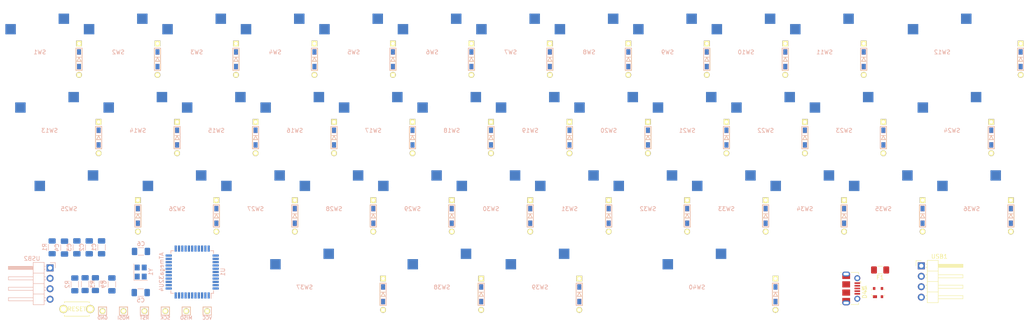
<source format=kicad_pcb>
(kicad_pcb (version 20171130) (host pcbnew 5.1.8)
  (layers (0 F.Cu signal) (31 B.Cu signal) (34 B.Paste user) (35 F.Paste user) (36 B.SilkS user) (37 F.SilkS user) (38 B.Mask user) (39 F.Mask user) (44 Edge.Cuts user))
  (net 0 "")
  (net 1 GND)
  (net 2 +5V)
  (net 3 "Net-(C5-Pad1)")
  (net 4 "Net-(C6-Pad1)")
  (net 5 "Net-(C7-Pad1)")
  (net 6 row0)
  (net 7 "Net-(D1-Pad2)")
  (net 8 "Net-(D2-Pad2)")
  (net 9 "Net-(D3-Pad2)")
  (net 10 "Net-(D4-Pad2)")
  (net 11 "Net-(D5-Pad2)")
  (net 12 "Net-(D6-Pad2)")
  (net 13 "Net-(D7-Pad2)")
  (net 14 "Net-(D8-Pad2)")
  (net 15 "Net-(D9-Pad2)")
  (net 16 "Net-(D10-Pad2)")
  (net 17 "Net-(D11-Pad2)")
  (net 18 row1)
  (net 19 "Net-(D12-Pad2)")
  (net 20 "Net-(D13-Pad2)")
  (net 21 "Net-(D14-Pad2)")
  (net 22 "Net-(D15-Pad2)")
  (net 23 "Net-(D16-Pad2)")
  (net 24 "Net-(D17-Pad2)")
  (net 25 "Net-(D18-Pad2)")
  (net 26 "Net-(D19-Pad2)")
  (net 27 "Net-(D20-Pad2)")
  (net 28 "Net-(D21-Pad2)")
  (net 29 row2)
  (net 30 "Net-(D22-Pad2)")
  (net 31 "Net-(D23-Pad2)")
  (net 32 "Net-(D24-Pad2)")
  (net 33 "Net-(D25-Pad2)")
  (net 34 "Net-(D26-Pad2)")
  (net 35 "Net-(D27-Pad2)")
  (net 36 "Net-(D28-Pad2)")
  (net 37 "Net-(D29-Pad2)")
  (net 38 "Net-(D30-Pad2)")
  (net 39 "Net-(D31-Pad2)")
  (net 40 row3)
  (net 41 "Net-(D32-Pad2)")
  (net 42 "Net-(D33-Pad2)")
  (net 43 "Net-(D34-Pad2)")
  (net 44 "Net-(D35-Pad2)")
  (net 45 "Net-(D36-Pad2)")
  (net 46 "Net-(D37-Pad2)")
  (net 47 "Net-(D38-Pad2)")
  (net 48 "Net-(D39-Pad2)")
  (net 49 "Net-(D40-Pad2)")
  (net 50 "Net-(J1-Pad4)")
  (net 51 D+)
  (net 52 D-)
  (net 53 "Net-(R2-Pad1)")
  (net 54 "Net-(R3-Pad1)")
  (net 55 "Net-(R4-Pad2)")
  (net 56 col0)
  (net 57 col1)
  (net 58 col2)
  (net 59 col3)
  (net 60 col4)
  (net 61 col5)
  (net 62 col6)
  (net 63 col7)
  (net 64 col8)
  (net 65 col9)
  (net 66 "Net-(U1-Pad1)")
  (net 67 "Net-(U1-Pad18)")
  (net 68 "Net-(U1-Pad19)")
  (net 69 "Net-(U1-Pad26)")
  (net 70 "Net-(U1-Pad27)")
  (net 71 "Net-(U1-Pad36)")
  (net 72 "Net-(U1-Pad37)")
  (net 73 "Net-(U1-Pad38)")
  (net 74 "Net-(U1-Pad39)")
  (net 75 "Net-(U1-Pad40)")
  (net 76 "Net-(U1-Pad41)")
  (net 77 "Net-(U1-Pad42)")
  (net 78 "Net-(D41-Pad2)")
  (net 79 "Net-(D41-Pad4)")
  (net 80 "Net-(D41-Pad3)")
  (net 81 "Net-(D41-Pad1)")
  (net 82 "Net-(F1-Pad2)")
  (net 83 "Net-(R1-Pad1)")
  (module Capacitor_SMD:C_1206_3216Metric_Pad1.33x1.80mm_HandSolder (layer B.Cu) (at 50.575 77.85 270)
    (fp_text reference C1 (at 0 1.85 90) (layer B.SilkS) (effects (justify mirror)))
    (fp_text value 0.1u)
    (pad 2 smd roundrect (at 1.5625 0 270) (size 1.325 1.8) (layers B.Cu B.Paste B.Mask) (roundrect_rratio 0.188679) (net 1 GND))
    (pad 1 smd roundrect (at -1.5625 0 270) (size 1.325 1.8) (layers B.Cu B.Paste B.Mask) (roundrect_rratio 0.188679) (net 2 +5V))
  )
  (module Capacitor_SMD:C_1206_3216Metric_Pad1.33x1.80mm_HandSolder (layer B.Cu) (at 47.575 77.85 270)
    (fp_text reference C2 (at 0 1.85 90) (layer B.SilkS) (effects (justify mirror)))
    (fp_text value 0.1u)
    (pad 1 smd roundrect (at -1.5625 0 270) (size 1.325 1.8) (layers B.Cu B.Paste B.Mask) (roundrect_rratio 0.188679) (net 2 +5V))
    (pad 2 smd roundrect (at 1.5625 0 270) (size 1.325 1.8) (layers B.Cu B.Paste B.Mask) (roundrect_rratio 0.188679) (net 1 GND))
  )
  (module Capacitor_SMD:C_1206_3216Metric_Pad1.33x1.80mm_HandSolder (layer B.Cu) (at 44.575 77.85 270)
    (fp_text reference C3 (at 0 1.85 90) (layer B.SilkS) (effects (justify mirror)))
    (fp_text value 0.1u)
    (pad 2 smd roundrect (at 1.5625 0 270) (size 1.325 1.8) (layers B.Cu B.Paste B.Mask) (roundrect_rratio 0.188679) (net 1 GND))
    (pad 1 smd roundrect (at -1.5625 0 270) (size 1.325 1.8) (layers B.Cu B.Paste B.Mask) (roundrect_rratio 0.188679) (net 2 +5V))
  )
  (module Capacitor_SMD:C_1206_3216Metric_Pad1.33x1.80mm_HandSolder (layer B.Cu) (at 41.575 77.9125 270)
    (fp_text reference C4 (at 0 1.85 90) (layer B.SilkS) (effects (justify mirror)))
    (fp_text value 10u)
    (pad 1 smd roundrect (at -1.5625 0 270) (size 1.325 1.8) (layers B.Cu B.Paste B.Mask) (roundrect_rratio 0.188679) (net 2 +5V))
    (pad 2 smd roundrect (at 1.5625 0 270) (size 1.325 1.8) (layers B.Cu B.Paste B.Mask) (roundrect_rratio 0.188679) (net 1 GND))
  )
  (module Capacitor_SMD:C_1206_3216Metric_Pad1.33x1.80mm_HandSolder (layer B.Cu) (at 60.075 88.85)
    (fp_text reference C5 (at 0 1.85 180) (layer B.SilkS) (effects (justify mirror)))
    (fp_text value 22p)
    (pad 2 smd roundrect (at 1.5625 0) (size 1.325 1.8) (layers B.Cu B.Paste B.Mask) (roundrect_rratio 0.188679) (net 1 GND))
    (pad 1 smd roundrect (at -1.5625 0) (size 1.325 1.8) (layers B.Cu B.Paste B.Mask) (roundrect_rratio 0.188679) (net 3 "Net-(C5-Pad1)"))
  )
  (module Capacitor_SMD:C_1206_3216Metric_Pad1.33x1.80mm_HandSolder (layer B.Cu) (at 60.1375 78.85 180)
    (fp_text reference C6 (at 0 1.85 180) (layer B.SilkS) (effects (justify mirror)))
    (fp_text value 22p)
    (pad 1 smd roundrect (at -1.5625 0 180) (size 1.325 1.8) (layers B.Cu B.Paste B.Mask) (roundrect_rratio 0.188679) (net 4 "Net-(C6-Pad1)"))
    (pad 2 smd roundrect (at 1.5625 0 180) (size 1.325 1.8) (layers B.Cu B.Paste B.Mask) (roundrect_rratio 0.188679) (net 1 GND))
  )
  (module Capacitor_SMD:C_1206_3216Metric_Pad1.33x1.80mm_HandSolder (layer B.Cu) (at 53.075 86.85 270)
    (fp_text reference C7 (at 0 1.85 90) (layer B.SilkS) (effects (justify mirror)))
    (fp_text value 1u)
    (pad 1 smd roundrect (at -1.5625 0 270) (size 1.325 1.8) (layers B.Cu B.Paste B.Mask) (roundrect_rratio 0.188679) (net 5 "Net-(C7-Pad1)"))
    (pad 2 smd roundrect (at 1.5625 0 270) (size 1.325 1.8) (layers B.Cu B.Paste B.Mask) (roundrect_rratio 0.188679) (net 1 GND))
  )
  (module swanmatch:D3_TH_SMD (layer F.Cu) (at 45.1 32.1125 270)
    (fp_text reference D1 hide)
    (fp_text value D hide)
    (pad 2 smd rect (at 1.775 0 270) (size 1.3 0.95) (layers F.Cu F.Paste F.Mask) (net 7 "Net-(D1-Pad2)"))
    (pad 2 thru_hole circle (at 3.81 0 270) (size 1.397 1.397) (drill 0.8128) (layers *.Cu *.Mask F.SilkS) (net 7 "Net-(D1-Pad2)"))
    (pad 1 thru_hole rect (at -3.81 0 270) (size 1.397 1.397) (drill 0.8128) (layers *.Cu *.Mask F.SilkS) (net 6 row0))
    (pad 1 smd rect (at -1.775 0 270) (size 1.3 0.95) (layers B.Cu B.Paste B.Mask) (net 6 row0))
    (pad 2 smd rect (at 1.775 0 270) (size 1.3 0.95) (layers B.Cu B.Paste B.Mask) (net 7 "Net-(D1-Pad2)"))
    (pad 1 smd rect (at -1.775 0 270) (size 1.3 0.95) (layers F.Cu F.Paste F.Mask) (net 6 row0))
  )
  (module swanmatch:D3_TH_SMD (layer F.Cu) (at 64.15 32.1125 270)
    (fp_text reference D2 hide)
    (fp_text value D hide)
    (pad 2 smd rect (at 1.775 0 270) (size 1.3 0.95) (layers F.Cu F.Paste F.Mask) (net 8 "Net-(D2-Pad2)"))
    (pad 2 thru_hole circle (at 3.81 0 270) (size 1.397 1.397) (drill 0.8128) (layers *.Cu *.Mask F.SilkS) (net 8 "Net-(D2-Pad2)"))
    (pad 1 thru_hole rect (at -3.81 0 270) (size 1.397 1.397) (drill 0.8128) (layers *.Cu *.Mask F.SilkS) (net 6 row0))
    (pad 1 smd rect (at -1.775 0 270) (size 1.3 0.95) (layers B.Cu B.Paste B.Mask) (net 6 row0))
    (pad 2 smd rect (at 1.775 0 270) (size 1.3 0.95) (layers B.Cu B.Paste B.Mask) (net 8 "Net-(D2-Pad2)"))
    (pad 1 smd rect (at -1.775 0 270) (size 1.3 0.95) (layers F.Cu F.Paste F.Mask) (net 6 row0))
  )
  (module swanmatch:D3_TH_SMD (layer F.Cu) (at 83.2 32.1125 270)
    (fp_text reference D3 hide)
    (fp_text value D hide)
    (pad 2 smd rect (at 1.775 0 270) (size 1.3 0.95) (layers F.Cu F.Paste F.Mask) (net 9 "Net-(D3-Pad2)"))
    (pad 2 thru_hole circle (at 3.81 0 270) (size 1.397 1.397) (drill 0.8128) (layers *.Cu *.Mask F.SilkS) (net 9 "Net-(D3-Pad2)"))
    (pad 1 thru_hole rect (at -3.81 0 270) (size 1.397 1.397) (drill 0.8128) (layers *.Cu *.Mask F.SilkS) (net 6 row0))
    (pad 1 smd rect (at -1.775 0 270) (size 1.3 0.95) (layers B.Cu B.Paste B.Mask) (net 6 row0))
    (pad 2 smd rect (at 1.775 0 270) (size 1.3 0.95) (layers B.Cu B.Paste B.Mask) (net 9 "Net-(D3-Pad2)"))
    (pad 1 smd rect (at -1.775 0 270) (size 1.3 0.95) (layers F.Cu F.Paste F.Mask) (net 6 row0))
  )
  (module swanmatch:D3_TH_SMD (layer F.Cu) (at 102.25 32.1125 270)
    (fp_text reference D4 hide)
    (fp_text value D hide)
    (pad 2 smd rect (at 1.775 0 270) (size 1.3 0.95) (layers F.Cu F.Paste F.Mask) (net 10 "Net-(D4-Pad2)"))
    (pad 2 thru_hole circle (at 3.81 0 270) (size 1.397 1.397) (drill 0.8128) (layers *.Cu *.Mask F.SilkS) (net 10 "Net-(D4-Pad2)"))
    (pad 1 thru_hole rect (at -3.81 0 270) (size 1.397 1.397) (drill 0.8128) (layers *.Cu *.Mask F.SilkS) (net 6 row0))
    (pad 1 smd rect (at -1.775 0 270) (size 1.3 0.95) (layers B.Cu B.Paste B.Mask) (net 6 row0))
    (pad 2 smd rect (at 1.775 0 270) (size 1.3 0.95) (layers B.Cu B.Paste B.Mask) (net 10 "Net-(D4-Pad2)"))
    (pad 1 smd rect (at -1.775 0 270) (size 1.3 0.95) (layers F.Cu F.Paste F.Mask) (net 6 row0))
  )
  (module swanmatch:D3_TH_SMD (layer F.Cu) (at 121.3 32.1125 270)
    (fp_text reference D5 hide)
    (fp_text value D hide)
    (pad 2 smd rect (at 1.775 0 270) (size 1.3 0.95) (layers F.Cu F.Paste F.Mask) (net 11 "Net-(D5-Pad2)"))
    (pad 2 thru_hole circle (at 3.81 0 270) (size 1.397 1.397) (drill 0.8128) (layers *.Cu *.Mask F.SilkS) (net 11 "Net-(D5-Pad2)"))
    (pad 1 thru_hole rect (at -3.81 0 270) (size 1.397 1.397) (drill 0.8128) (layers *.Cu *.Mask F.SilkS) (net 6 row0))
    (pad 1 smd rect (at -1.775 0 270) (size 1.3 0.95) (layers B.Cu B.Paste B.Mask) (net 6 row0))
    (pad 2 smd rect (at 1.775 0 270) (size 1.3 0.95) (layers B.Cu B.Paste B.Mask) (net 11 "Net-(D5-Pad2)"))
    (pad 1 smd rect (at -1.775 0 270) (size 1.3 0.95) (layers F.Cu F.Paste F.Mask) (net 6 row0))
  )
  (module swanmatch:D3_TH_SMD (layer F.Cu) (at 140.35 32.1125 270)
    (fp_text reference D6 hide)
    (fp_text value D hide)
    (pad 2 smd rect (at 1.775 0 270) (size 1.3 0.95) (layers F.Cu F.Paste F.Mask) (net 12 "Net-(D6-Pad2)"))
    (pad 2 thru_hole circle (at 3.81 0 270) (size 1.397 1.397) (drill 0.8128) (layers *.Cu *.Mask F.SilkS) (net 12 "Net-(D6-Pad2)"))
    (pad 1 thru_hole rect (at -3.81 0 270) (size 1.397 1.397) (drill 0.8128) (layers *.Cu *.Mask F.SilkS) (net 6 row0))
    (pad 1 smd rect (at -1.775 0 270) (size 1.3 0.95) (layers B.Cu B.Paste B.Mask) (net 6 row0))
    (pad 2 smd rect (at 1.775 0 270) (size 1.3 0.95) (layers B.Cu B.Paste B.Mask) (net 12 "Net-(D6-Pad2)"))
    (pad 1 smd rect (at -1.775 0 270) (size 1.3 0.95) (layers F.Cu F.Paste F.Mask) (net 6 row0))
  )
  (module swanmatch:D3_TH_SMD (layer F.Cu) (at 159.4 32.1125 270)
    (fp_text reference D7 hide)
    (fp_text value D hide)
    (pad 2 smd rect (at 1.775 0 270) (size 1.3 0.95) (layers F.Cu F.Paste F.Mask) (net 13 "Net-(D7-Pad2)"))
    (pad 2 thru_hole circle (at 3.81 0 270) (size 1.397 1.397) (drill 0.8128) (layers *.Cu *.Mask F.SilkS) (net 13 "Net-(D7-Pad2)"))
    (pad 1 thru_hole rect (at -3.81 0 270) (size 1.397 1.397) (drill 0.8128) (layers *.Cu *.Mask F.SilkS) (net 6 row0))
    (pad 1 smd rect (at -1.775 0 270) (size 1.3 0.95) (layers B.Cu B.Paste B.Mask) (net 6 row0))
    (pad 2 smd rect (at 1.775 0 270) (size 1.3 0.95) (layers B.Cu B.Paste B.Mask) (net 13 "Net-(D7-Pad2)"))
    (pad 1 smd rect (at -1.775 0 270) (size 1.3 0.95) (layers F.Cu F.Paste F.Mask) (net 6 row0))
  )
  (module swanmatch:D3_TH_SMD (layer F.Cu) (at 178.45 32.1125 270)
    (fp_text reference D8 hide)
    (fp_text value D hide)
    (pad 1 smd rect (at -1.775 0 270) (size 1.3 0.95) (layers F.Cu F.Paste F.Mask) (net 6 row0))
    (pad 2 smd rect (at 1.775 0 270) (size 1.3 0.95) (layers B.Cu B.Paste B.Mask) (net 14 "Net-(D8-Pad2)"))
    (pad 1 smd rect (at -1.775 0 270) (size 1.3 0.95) (layers B.Cu B.Paste B.Mask) (net 6 row0))
    (pad 1 thru_hole rect (at -3.81 0 270) (size 1.397 1.397) (drill 0.8128) (layers *.Cu *.Mask F.SilkS) (net 6 row0))
    (pad 2 thru_hole circle (at 3.81 0 270) (size 1.397 1.397) (drill 0.8128) (layers *.Cu *.Mask F.SilkS) (net 14 "Net-(D8-Pad2)"))
    (pad 2 smd rect (at 1.775 0 270) (size 1.3 0.95) (layers F.Cu F.Paste F.Mask) (net 14 "Net-(D8-Pad2)"))
  )
  (module swanmatch:D3_TH_SMD (layer F.Cu) (at 197.5 32.1125 270)
    (fp_text reference D9 hide)
    (fp_text value D hide)
    (pad 1 smd rect (at -1.775 0 270) (size 1.3 0.95) (layers F.Cu F.Paste F.Mask) (net 6 row0))
    (pad 2 smd rect (at 1.775 0 270) (size 1.3 0.95) (layers B.Cu B.Paste B.Mask) (net 15 "Net-(D9-Pad2)"))
    (pad 1 smd rect (at -1.775 0 270) (size 1.3 0.95) (layers B.Cu B.Paste B.Mask) (net 6 row0))
    (pad 1 thru_hole rect (at -3.81 0 270) (size 1.397 1.397) (drill 0.8128) (layers *.Cu *.Mask F.SilkS) (net 6 row0))
    (pad 2 thru_hole circle (at 3.81 0 270) (size 1.397 1.397) (drill 0.8128) (layers *.Cu *.Mask F.SilkS) (net 15 "Net-(D9-Pad2)"))
    (pad 2 smd rect (at 1.775 0 270) (size 1.3 0.95) (layers F.Cu F.Paste F.Mask) (net 15 "Net-(D9-Pad2)"))
  )
  (module swanmatch:D3_TH_SMD (layer F.Cu) (at 216.55 32.1125 270)
    (fp_text reference D10 hide)
    (fp_text value D hide)
    (pad 1 smd rect (at -1.775 0 270) (size 1.3 0.95) (layers F.Cu F.Paste F.Mask) (net 6 row0))
    (pad 2 smd rect (at 1.775 0 270) (size 1.3 0.95) (layers B.Cu B.Paste B.Mask) (net 16 "Net-(D10-Pad2)"))
    (pad 1 smd rect (at -1.775 0 270) (size 1.3 0.95) (layers B.Cu B.Paste B.Mask) (net 6 row0))
    (pad 1 thru_hole rect (at -3.81 0 270) (size 1.397 1.397) (drill 0.8128) (layers *.Cu *.Mask F.SilkS) (net 6 row0))
    (pad 2 thru_hole circle (at 3.81 0 270) (size 1.397 1.397) (drill 0.8128) (layers *.Cu *.Mask F.SilkS) (net 16 "Net-(D10-Pad2)"))
    (pad 2 smd rect (at 1.775 0 270) (size 1.3 0.95) (layers F.Cu F.Paste F.Mask) (net 16 "Net-(D10-Pad2)"))
  )
  (module swanmatch:D3_TH_SMD (layer F.Cu) (at 235.6 32.1125 270)
    (fp_text reference D11 hide)
    (fp_text value D hide)
    (pad 1 smd rect (at -1.775 0 270) (size 1.3 0.95) (layers F.Cu F.Paste F.Mask) (net 18 row1))
    (pad 2 smd rect (at 1.775 0 270) (size 1.3 0.95) (layers B.Cu B.Paste B.Mask) (net 17 "Net-(D11-Pad2)"))
    (pad 1 smd rect (at -1.775 0 270) (size 1.3 0.95) (layers B.Cu B.Paste B.Mask) (net 18 row1))
    (pad 1 thru_hole rect (at -3.81 0 270) (size 1.397 1.397) (drill 0.8128) (layers *.Cu *.Mask F.SilkS) (net 18 row1))
    (pad 2 thru_hole circle (at 3.81 0 270) (size 1.397 1.397) (drill 0.8128) (layers *.Cu *.Mask F.SilkS) (net 17 "Net-(D11-Pad2)"))
    (pad 2 smd rect (at 1.775 0 270) (size 1.3 0.95) (layers F.Cu F.Paste F.Mask) (net 17 "Net-(D11-Pad2)"))
  )
  (module swanmatch:D3_TH_SMD (layer F.Cu) (at 273.7 32.1125 270)
    (fp_text reference D12 hide)
    (fp_text value D hide)
    (pad 1 smd rect (at -1.775 0 270) (size 1.3 0.95) (layers F.Cu F.Paste F.Mask) (net 18 row1))
    (pad 2 smd rect (at 1.775 0 270) (size 1.3 0.95) (layers B.Cu B.Paste B.Mask) (net 19 "Net-(D12-Pad2)"))
    (pad 1 smd rect (at -1.775 0 270) (size 1.3 0.95) (layers B.Cu B.Paste B.Mask) (net 18 row1))
    (pad 1 thru_hole rect (at -3.81 0 270) (size 1.397 1.397) (drill 0.8128) (layers *.Cu *.Mask F.SilkS) (net 18 row1))
    (pad 2 thru_hole circle (at 3.81 0 270) (size 1.397 1.397) (drill 0.8128) (layers *.Cu *.Mask F.SilkS) (net 19 "Net-(D12-Pad2)"))
    (pad 2 smd rect (at 1.775 0 270) (size 1.3 0.95) (layers F.Cu F.Paste F.Mask) (net 19 "Net-(D12-Pad2)"))
  )
  (module swanmatch:D3_TH_SMD (layer F.Cu) (at 49.8625 51.1625 270)
    (fp_text reference D13 hide)
    (fp_text value D hide)
    (pad 1 smd rect (at -1.775 0 270) (size 1.3 0.95) (layers F.Cu F.Paste F.Mask) (net 18 row1))
    (pad 2 smd rect (at 1.775 0 270) (size 1.3 0.95) (layers B.Cu B.Paste B.Mask) (net 20 "Net-(D13-Pad2)"))
    (pad 1 smd rect (at -1.775 0 270) (size 1.3 0.95) (layers B.Cu B.Paste B.Mask) (net 18 row1))
    (pad 1 thru_hole rect (at -3.81 0 270) (size 1.397 1.397) (drill 0.8128) (layers *.Cu *.Mask F.SilkS) (net 18 row1))
    (pad 2 thru_hole circle (at 3.81 0 270) (size 1.397 1.397) (drill 0.8128) (layers *.Cu *.Mask F.SilkS) (net 20 "Net-(D13-Pad2)"))
    (pad 2 smd rect (at 1.775 0 270) (size 1.3 0.95) (layers F.Cu F.Paste F.Mask) (net 20 "Net-(D13-Pad2)"))
  )
  (module swanmatch:D3_TH_SMD (layer F.Cu) (at 68.9125 51.1625 270)
    (fp_text reference D14 hide)
    (fp_text value D hide)
    (pad 1 smd rect (at -1.775 0 270) (size 1.3 0.95) (layers F.Cu F.Paste F.Mask) (net 18 row1))
    (pad 2 smd rect (at 1.775 0 270) (size 1.3 0.95) (layers B.Cu B.Paste B.Mask) (net 21 "Net-(D14-Pad2)"))
    (pad 1 smd rect (at -1.775 0 270) (size 1.3 0.95) (layers B.Cu B.Paste B.Mask) (net 18 row1))
    (pad 1 thru_hole rect (at -3.81 0 270) (size 1.397 1.397) (drill 0.8128) (layers *.Cu *.Mask F.SilkS) (net 18 row1))
    (pad 2 thru_hole circle (at 3.81 0 270) (size 1.397 1.397) (drill 0.8128) (layers *.Cu *.Mask F.SilkS) (net 21 "Net-(D14-Pad2)"))
    (pad 2 smd rect (at 1.775 0 270) (size 1.3 0.95) (layers F.Cu F.Paste F.Mask) (net 21 "Net-(D14-Pad2)"))
  )
  (module swanmatch:D3_TH_SMD (layer F.Cu) (at 87.9625 51.1625 270)
    (fp_text reference D15 hide)
    (fp_text value D hide)
    (pad 1 smd rect (at -1.775 0 270) (size 1.3 0.95) (layers F.Cu F.Paste F.Mask) (net 18 row1))
    (pad 2 smd rect (at 1.775 0 270) (size 1.3 0.95) (layers B.Cu B.Paste B.Mask) (net 22 "Net-(D15-Pad2)"))
    (pad 1 smd rect (at -1.775 0 270) (size 1.3 0.95) (layers B.Cu B.Paste B.Mask) (net 18 row1))
    (pad 1 thru_hole rect (at -3.81 0 270) (size 1.397 1.397) (drill 0.8128) (layers *.Cu *.Mask F.SilkS) (net 18 row1))
    (pad 2 thru_hole circle (at 3.81 0 270) (size 1.397 1.397) (drill 0.8128) (layers *.Cu *.Mask F.SilkS) (net 22 "Net-(D15-Pad2)"))
    (pad 2 smd rect (at 1.775 0 270) (size 1.3 0.95) (layers F.Cu F.Paste F.Mask) (net 22 "Net-(D15-Pad2)"))
  )
  (module swanmatch:D3_TH_SMD (layer F.Cu) (at 107.0125 51.1625 270)
    (fp_text reference D16 hide)
    (fp_text value D hide)
    (pad 1 smd rect (at -1.775 0 270) (size 1.3 0.95) (layers F.Cu F.Paste F.Mask) (net 18 row1))
    (pad 2 smd rect (at 1.775 0 270) (size 1.3 0.95) (layers B.Cu B.Paste B.Mask) (net 23 "Net-(D16-Pad2)"))
    (pad 1 smd rect (at -1.775 0 270) (size 1.3 0.95) (layers B.Cu B.Paste B.Mask) (net 18 row1))
    (pad 1 thru_hole rect (at -3.81 0 270) (size 1.397 1.397) (drill 0.8128) (layers *.Cu *.Mask F.SilkS) (net 18 row1))
    (pad 2 thru_hole circle (at 3.81 0 270) (size 1.397 1.397) (drill 0.8128) (layers *.Cu *.Mask F.SilkS) (net 23 "Net-(D16-Pad2)"))
    (pad 2 smd rect (at 1.775 0 270) (size 1.3 0.95) (layers F.Cu F.Paste F.Mask) (net 23 "Net-(D16-Pad2)"))
  )
  (module swanmatch:D3_TH_SMD (layer F.Cu) (at 126.0625 51.1625 270)
    (fp_text reference D17 hide)
    (fp_text value D hide)
    (pad 1 smd rect (at -1.775 0 270) (size 1.3 0.95) (layers F.Cu F.Paste F.Mask) (net 18 row1))
    (pad 2 smd rect (at 1.775 0 270) (size 1.3 0.95) (layers B.Cu B.Paste B.Mask) (net 24 "Net-(D17-Pad2)"))
    (pad 1 smd rect (at -1.775 0 270) (size 1.3 0.95) (layers B.Cu B.Paste B.Mask) (net 18 row1))
    (pad 1 thru_hole rect (at -3.81 0 270) (size 1.397 1.397) (drill 0.8128) (layers *.Cu *.Mask F.SilkS) (net 18 row1))
    (pad 2 thru_hole circle (at 3.81 0 270) (size 1.397 1.397) (drill 0.8128) (layers *.Cu *.Mask F.SilkS) (net 24 "Net-(D17-Pad2)"))
    (pad 2 smd rect (at 1.775 0 270) (size 1.3 0.95) (layers F.Cu F.Paste F.Mask) (net 24 "Net-(D17-Pad2)"))
  )
  (module swanmatch:D3_TH_SMD (layer F.Cu) (at 145.1125 51.1625 270)
    (fp_text reference D18 hide)
    (fp_text value D hide)
    (pad 2 smd rect (at 1.775 0 270) (size 1.3 0.95) (layers F.Cu F.Paste F.Mask) (net 25 "Net-(D18-Pad2)"))
    (pad 2 thru_hole circle (at 3.81 0 270) (size 1.397 1.397) (drill 0.8128) (layers *.Cu *.Mask F.SilkS) (net 25 "Net-(D18-Pad2)"))
    (pad 1 thru_hole rect (at -3.81 0 270) (size 1.397 1.397) (drill 0.8128) (layers *.Cu *.Mask F.SilkS) (net 18 row1))
    (pad 1 smd rect (at -1.775 0 270) (size 1.3 0.95) (layers B.Cu B.Paste B.Mask) (net 18 row1))
    (pad 2 smd rect (at 1.775 0 270) (size 1.3 0.95) (layers B.Cu B.Paste B.Mask) (net 25 "Net-(D18-Pad2)"))
    (pad 1 smd rect (at -1.775 0 270) (size 1.3 0.95) (layers F.Cu F.Paste F.Mask) (net 18 row1))
  )
  (module swanmatch:D3_TH_SMD (layer F.Cu) (at 164.1625 51.1625 270)
    (fp_text reference D19 hide)
    (fp_text value D hide)
    (pad 2 smd rect (at 1.775 0 270) (size 1.3 0.95) (layers F.Cu F.Paste F.Mask) (net 26 "Net-(D19-Pad2)"))
    (pad 2 thru_hole circle (at 3.81 0 270) (size 1.397 1.397) (drill 0.8128) (layers *.Cu *.Mask F.SilkS) (net 26 "Net-(D19-Pad2)"))
    (pad 1 thru_hole rect (at -3.81 0 270) (size 1.397 1.397) (drill 0.8128) (layers *.Cu *.Mask F.SilkS) (net 18 row1))
    (pad 1 smd rect (at -1.775 0 270) (size 1.3 0.95) (layers B.Cu B.Paste B.Mask) (net 18 row1))
    (pad 2 smd rect (at 1.775 0 270) (size 1.3 0.95) (layers B.Cu B.Paste B.Mask) (net 26 "Net-(D19-Pad2)"))
    (pad 1 smd rect (at -1.775 0 270) (size 1.3 0.95) (layers F.Cu F.Paste F.Mask) (net 18 row1))
  )
  (module swanmatch:D3_TH_SMD (layer F.Cu) (at 183.2125 51.1625 270)
    (fp_text reference D20 hide)
    (fp_text value D hide)
    (pad 2 smd rect (at 1.775 0 270) (size 1.3 0.95) (layers F.Cu F.Paste F.Mask) (net 27 "Net-(D20-Pad2)"))
    (pad 2 thru_hole circle (at 3.81 0 270) (size 1.397 1.397) (drill 0.8128) (layers *.Cu *.Mask F.SilkS) (net 27 "Net-(D20-Pad2)"))
    (pad 1 thru_hole rect (at -3.81 0 270) (size 1.397 1.397) (drill 0.8128) (layers *.Cu *.Mask F.SilkS) (net 18 row1))
    (pad 1 smd rect (at -1.775 0 270) (size 1.3 0.95) (layers B.Cu B.Paste B.Mask) (net 18 row1))
    (pad 2 smd rect (at 1.775 0 270) (size 1.3 0.95) (layers B.Cu B.Paste B.Mask) (net 27 "Net-(D20-Pad2)"))
    (pad 1 smd rect (at -1.775 0 270) (size 1.3 0.95) (layers F.Cu F.Paste F.Mask) (net 18 row1))
  )
  (module swanmatch:D3_TH_SMD (layer F.Cu) (at 202.2625 51.1625 270)
    (fp_text reference D21 hide)
    (fp_text value D hide)
    (pad 1 smd rect (at -1.775 0 270) (size 1.3 0.95) (layers F.Cu F.Paste F.Mask) (net 29 row2))
    (pad 2 smd rect (at 1.775 0 270) (size 1.3 0.95) (layers B.Cu B.Paste B.Mask) (net 28 "Net-(D21-Pad2)"))
    (pad 1 smd rect (at -1.775 0 270) (size 1.3 0.95) (layers B.Cu B.Paste B.Mask) (net 29 row2))
    (pad 1 thru_hole rect (at -3.81 0 270) (size 1.397 1.397) (drill 0.8128) (layers *.Cu *.Mask F.SilkS) (net 29 row2))
    (pad 2 thru_hole circle (at 3.81 0 270) (size 1.397 1.397) (drill 0.8128) (layers *.Cu *.Mask F.SilkS) (net 28 "Net-(D21-Pad2)"))
    (pad 2 smd rect (at 1.775 0 270) (size 1.3 0.95) (layers F.Cu F.Paste F.Mask) (net 28 "Net-(D21-Pad2)"))
  )
  (module swanmatch:D3_TH_SMD (layer F.Cu) (at 221.3125 51.1625 270)
    (fp_text reference D22 hide)
    (fp_text value D hide)
    (pad 1 smd rect (at -1.775 0 270) (size 1.3 0.95) (layers F.Cu F.Paste F.Mask) (net 29 row2))
    (pad 2 smd rect (at 1.775 0 270) (size 1.3 0.95) (layers B.Cu B.Paste B.Mask) (net 30 "Net-(D22-Pad2)"))
    (pad 1 smd rect (at -1.775 0 270) (size 1.3 0.95) (layers B.Cu B.Paste B.Mask) (net 29 row2))
    (pad 1 thru_hole rect (at -3.81 0 270) (size 1.397 1.397) (drill 0.8128) (layers *.Cu *.Mask F.SilkS) (net 29 row2))
    (pad 2 thru_hole circle (at 3.81 0 270) (size 1.397 1.397) (drill 0.8128) (layers *.Cu *.Mask F.SilkS) (net 30 "Net-(D22-Pad2)"))
    (pad 2 smd rect (at 1.775 0 270) (size 1.3 0.95) (layers F.Cu F.Paste F.Mask) (net 30 "Net-(D22-Pad2)"))
  )
  (module swanmatch:D3_TH_SMD (layer F.Cu) (at 240.3625 51.1625 270)
    (fp_text reference D23 hide)
    (fp_text value D hide)
    (pad 1 smd rect (at -1.775 0 270) (size 1.3 0.95) (layers F.Cu F.Paste F.Mask) (net 29 row2))
    (pad 2 smd rect (at 1.775 0 270) (size 1.3 0.95) (layers B.Cu B.Paste B.Mask) (net 31 "Net-(D23-Pad2)"))
    (pad 1 smd rect (at -1.775 0 270) (size 1.3 0.95) (layers B.Cu B.Paste B.Mask) (net 29 row2))
    (pad 1 thru_hole rect (at -3.81 0 270) (size 1.397 1.397) (drill 0.8128) (layers *.Cu *.Mask F.SilkS) (net 29 row2))
    (pad 2 thru_hole circle (at 3.81 0 270) (size 1.397 1.397) (drill 0.8128) (layers *.Cu *.Mask F.SilkS) (net 31 "Net-(D23-Pad2)"))
    (pad 2 smd rect (at 1.775 0 270) (size 1.3 0.95) (layers F.Cu F.Paste F.Mask) (net 31 "Net-(D23-Pad2)"))
  )
  (module swanmatch:D3_TH_SMD (layer F.Cu) (at 266.55625 51.1625 270)
    (fp_text reference D24 hide)
    (fp_text value D hide)
    (pad 2 smd rect (at 1.775 0 270) (size 1.3 0.95) (layers F.Cu F.Paste F.Mask) (net 32 "Net-(D24-Pad2)"))
    (pad 2 thru_hole circle (at 3.81 0 270) (size 1.397 1.397) (drill 0.8128) (layers *.Cu *.Mask F.SilkS) (net 32 "Net-(D24-Pad2)"))
    (pad 1 thru_hole rect (at -3.81 0 270) (size 1.397 1.397) (drill 0.8128) (layers *.Cu *.Mask F.SilkS) (net 29 row2))
    (pad 1 smd rect (at -1.775 0 270) (size 1.3 0.95) (layers B.Cu B.Paste B.Mask) (net 29 row2))
    (pad 2 smd rect (at 1.775 0 270) (size 1.3 0.95) (layers B.Cu B.Paste B.Mask) (net 32 "Net-(D24-Pad2)"))
    (pad 1 smd rect (at -1.775 0 270) (size 1.3 0.95) (layers F.Cu F.Paste F.Mask) (net 29 row2))
  )
  (module swanmatch:D3_TH_SMD (layer F.Cu) (at 59.3875 70.2125 270)
    (fp_text reference D25 hide)
    (fp_text value D hide)
    (pad 2 smd rect (at 1.775 0 270) (size 1.3 0.95) (layers F.Cu F.Paste F.Mask) (net 33 "Net-(D25-Pad2)"))
    (pad 2 thru_hole circle (at 3.81 0 270) (size 1.397 1.397) (drill 0.8128) (layers *.Cu *.Mask F.SilkS) (net 33 "Net-(D25-Pad2)"))
    (pad 1 thru_hole rect (at -3.81 0 270) (size 1.397 1.397) (drill 0.8128) (layers *.Cu *.Mask F.SilkS) (net 29 row2))
    (pad 1 smd rect (at -1.775 0 270) (size 1.3 0.95) (layers B.Cu B.Paste B.Mask) (net 29 row2))
    (pad 2 smd rect (at 1.775 0 270) (size 1.3 0.95) (layers B.Cu B.Paste B.Mask) (net 33 "Net-(D25-Pad2)"))
    (pad 1 smd rect (at -1.775 0 270) (size 1.3 0.95) (layers F.Cu F.Paste F.Mask) (net 29 row2))
  )
  (module swanmatch:D3_TH_SMD (layer F.Cu) (at 78.4375 70.2125 270)
    (fp_text reference D26 hide)
    (fp_text value D hide)
    (pad 2 smd rect (at 1.775 0 270) (size 1.3 0.95) (layers F.Cu F.Paste F.Mask) (net 34 "Net-(D26-Pad2)"))
    (pad 2 thru_hole circle (at 3.81 0 270) (size 1.397 1.397) (drill 0.8128) (layers *.Cu *.Mask F.SilkS) (net 34 "Net-(D26-Pad2)"))
    (pad 1 thru_hole rect (at -3.81 0 270) (size 1.397 1.397) (drill 0.8128) (layers *.Cu *.Mask F.SilkS) (net 29 row2))
    (pad 1 smd rect (at -1.775 0 270) (size 1.3 0.95) (layers B.Cu B.Paste B.Mask) (net 29 row2))
    (pad 2 smd rect (at 1.775 0 270) (size 1.3 0.95) (layers B.Cu B.Paste B.Mask) (net 34 "Net-(D26-Pad2)"))
    (pad 1 smd rect (at -1.775 0 270) (size 1.3 0.95) (layers F.Cu F.Paste F.Mask) (net 29 row2))
  )
  (module swanmatch:D3_TH_SMD (layer F.Cu) (at 97.4875 70.2125 270)
    (fp_text reference D27 hide)
    (fp_text value D hide)
    (pad 2 smd rect (at 1.775 0 270) (size 1.3 0.95) (layers F.Cu F.Paste F.Mask) (net 35 "Net-(D27-Pad2)"))
    (pad 2 thru_hole circle (at 3.81 0 270) (size 1.397 1.397) (drill 0.8128) (layers *.Cu *.Mask F.SilkS) (net 35 "Net-(D27-Pad2)"))
    (pad 1 thru_hole rect (at -3.81 0 270) (size 1.397 1.397) (drill 0.8128) (layers *.Cu *.Mask F.SilkS) (net 29 row2))
    (pad 1 smd rect (at -1.775 0 270) (size 1.3 0.95) (layers B.Cu B.Paste B.Mask) (net 29 row2))
    (pad 2 smd rect (at 1.775 0 270) (size 1.3 0.95) (layers B.Cu B.Paste B.Mask) (net 35 "Net-(D27-Pad2)"))
    (pad 1 smd rect (at -1.775 0 270) (size 1.3 0.95) (layers F.Cu F.Paste F.Mask) (net 29 row2))
  )
  (module swanmatch:D3_TH_SMD (layer F.Cu) (at 116.5375 70.2125 270)
    (fp_text reference D28 hide)
    (fp_text value D hide)
    (pad 2 smd rect (at 1.775 0 270) (size 1.3 0.95) (layers F.Cu F.Paste F.Mask) (net 36 "Net-(D28-Pad2)"))
    (pad 2 thru_hole circle (at 3.81 0 270) (size 1.397 1.397) (drill 0.8128) (layers *.Cu *.Mask F.SilkS) (net 36 "Net-(D28-Pad2)"))
    (pad 1 thru_hole rect (at -3.81 0 270) (size 1.397 1.397) (drill 0.8128) (layers *.Cu *.Mask F.SilkS) (net 29 row2))
    (pad 1 smd rect (at -1.775 0 270) (size 1.3 0.95) (layers B.Cu B.Paste B.Mask) (net 29 row2))
    (pad 2 smd rect (at 1.775 0 270) (size 1.3 0.95) (layers B.Cu B.Paste B.Mask) (net 36 "Net-(D28-Pad2)"))
    (pad 1 smd rect (at -1.775 0 270) (size 1.3 0.95) (layers F.Cu F.Paste F.Mask) (net 29 row2))
  )
  (module swanmatch:D3_TH_SMD (layer F.Cu) (at 135.5875 70.2125 270)
    (fp_text reference D29 hide)
    (fp_text value D hide)
    (pad 2 smd rect (at 1.775 0 270) (size 1.3 0.95) (layers F.Cu F.Paste F.Mask) (net 37 "Net-(D29-Pad2)"))
    (pad 2 thru_hole circle (at 3.81 0 270) (size 1.397 1.397) (drill 0.8128) (layers *.Cu *.Mask F.SilkS) (net 37 "Net-(D29-Pad2)"))
    (pad 1 thru_hole rect (at -3.81 0 270) (size 1.397 1.397) (drill 0.8128) (layers *.Cu *.Mask F.SilkS) (net 29 row2))
    (pad 1 smd rect (at -1.775 0 270) (size 1.3 0.95) (layers B.Cu B.Paste B.Mask) (net 29 row2))
    (pad 2 smd rect (at 1.775 0 270) (size 1.3 0.95) (layers B.Cu B.Paste B.Mask) (net 37 "Net-(D29-Pad2)"))
    (pad 1 smd rect (at -1.775 0 270) (size 1.3 0.95) (layers F.Cu F.Paste F.Mask) (net 29 row2))
  )
  (module swanmatch:D3_TH_SMD (layer F.Cu) (at 154.6375 70.2125 270)
    (fp_text reference D30 hide)
    (fp_text value D hide)
    (pad 1 smd rect (at -1.775 0 270) (size 1.3 0.95) (layers F.Cu F.Paste F.Mask) (net 29 row2))
    (pad 2 smd rect (at 1.775 0 270) (size 1.3 0.95) (layers B.Cu B.Paste B.Mask) (net 38 "Net-(D30-Pad2)"))
    (pad 1 smd rect (at -1.775 0 270) (size 1.3 0.95) (layers B.Cu B.Paste B.Mask) (net 29 row2))
    (pad 1 thru_hole rect (at -3.81 0 270) (size 1.397 1.397) (drill 0.8128) (layers *.Cu *.Mask F.SilkS) (net 29 row2))
    (pad 2 thru_hole circle (at 3.81 0 270) (size 1.397 1.397) (drill 0.8128) (layers *.Cu *.Mask F.SilkS) (net 38 "Net-(D30-Pad2)"))
    (pad 2 smd rect (at 1.775 0 270) (size 1.3 0.95) (layers F.Cu F.Paste F.Mask) (net 38 "Net-(D30-Pad2)"))
  )
  (module swanmatch:D3_TH_SMD (layer F.Cu) (at 173.6875 70.2125 270)
    (fp_text reference D31 hide)
    (fp_text value D hide)
    (pad 1 smd rect (at -1.775 0 270) (size 1.3 0.95) (layers F.Cu F.Paste F.Mask) (net 40 row3))
    (pad 2 smd rect (at 1.775 0 270) (size 1.3 0.95) (layers B.Cu B.Paste B.Mask) (net 39 "Net-(D31-Pad2)"))
    (pad 1 smd rect (at -1.775 0 270) (size 1.3 0.95) (layers B.Cu B.Paste B.Mask) (net 40 row3))
    (pad 1 thru_hole rect (at -3.81 0 270) (size 1.397 1.397) (drill 0.8128) (layers *.Cu *.Mask F.SilkS) (net 40 row3))
    (pad 2 thru_hole circle (at 3.81 0 270) (size 1.397 1.397) (drill 0.8128) (layers *.Cu *.Mask F.SilkS) (net 39 "Net-(D31-Pad2)"))
    (pad 2 smd rect (at 1.775 0 270) (size 1.3 0.95) (layers F.Cu F.Paste F.Mask) (net 39 "Net-(D31-Pad2)"))
  )
  (module swanmatch:D3_TH_SMD (layer F.Cu) (at 192.7375 70.2125 270)
    (fp_text reference D32 hide)
    (fp_text value D hide)
    (pad 2 smd rect (at 1.775 0 270) (size 1.3 0.95) (layers F.Cu F.Paste F.Mask) (net 41 "Net-(D32-Pad2)"))
    (pad 2 thru_hole circle (at 3.81 0 270) (size 1.397 1.397) (drill 0.8128) (layers *.Cu *.Mask F.SilkS) (net 41 "Net-(D32-Pad2)"))
    (pad 1 thru_hole rect (at -3.81 0 270) (size 1.397 1.397) (drill 0.8128) (layers *.Cu *.Mask F.SilkS) (net 40 row3))
    (pad 1 smd rect (at -1.775 0 270) (size 1.3 0.95) (layers B.Cu B.Paste B.Mask) (net 40 row3))
    (pad 2 smd rect (at 1.775 0 270) (size 1.3 0.95) (layers B.Cu B.Paste B.Mask) (net 41 "Net-(D32-Pad2)"))
    (pad 1 smd rect (at -1.775 0 270) (size 1.3 0.95) (layers F.Cu F.Paste F.Mask) (net 40 row3))
  )
  (module swanmatch:D3_TH_SMD (layer F.Cu) (at 211.7875 70.2125 270)
    (fp_text reference D33 hide)
    (fp_text value D hide)
    (pad 1 smd rect (at -1.775 0 270) (size 1.3 0.95) (layers F.Cu F.Paste F.Mask) (net 40 row3))
    (pad 2 smd rect (at 1.775 0 270) (size 1.3 0.95) (layers B.Cu B.Paste B.Mask) (net 42 "Net-(D33-Pad2)"))
    (pad 1 smd rect (at -1.775 0 270) (size 1.3 0.95) (layers B.Cu B.Paste B.Mask) (net 40 row3))
    (pad 1 thru_hole rect (at -3.81 0 270) (size 1.397 1.397) (drill 0.8128) (layers *.Cu *.Mask F.SilkS) (net 40 row3))
    (pad 2 thru_hole circle (at 3.81 0 270) (size 1.397 1.397) (drill 0.8128) (layers *.Cu *.Mask F.SilkS) (net 42 "Net-(D33-Pad2)"))
    (pad 2 smd rect (at 1.775 0 270) (size 1.3 0.95) (layers F.Cu F.Paste F.Mask) (net 42 "Net-(D33-Pad2)"))
  )
  (module swanmatch:D3_TH_SMD (layer F.Cu) (at 230.8375 70.2125 270)
    (fp_text reference D34 hide)
    (fp_text value D hide)
    (pad 2 smd rect (at 1.775 0 270) (size 1.3 0.95) (layers F.Cu F.Paste F.Mask) (net 43 "Net-(D34-Pad2)"))
    (pad 2 thru_hole circle (at 3.81 0 270) (size 1.397 1.397) (drill 0.8128) (layers *.Cu *.Mask F.SilkS) (net 43 "Net-(D34-Pad2)"))
    (pad 1 thru_hole rect (at -3.81 0 270) (size 1.397 1.397) (drill 0.8128) (layers *.Cu *.Mask F.SilkS) (net 40 row3))
    (pad 1 smd rect (at -1.775 0 270) (size 1.3 0.95) (layers B.Cu B.Paste B.Mask) (net 40 row3))
    (pad 2 smd rect (at 1.775 0 270) (size 1.3 0.95) (layers B.Cu B.Paste B.Mask) (net 43 "Net-(D34-Pad2)"))
    (pad 1 smd rect (at -1.775 0 270) (size 1.3 0.95) (layers F.Cu F.Paste F.Mask) (net 40 row3))
  )
  (module swanmatch:D3_TH_SMD (layer F.Cu) (at 249.8875 70.2125 270)
    (fp_text reference D35 hide)
    (fp_text value D hide)
    (pad 1 smd rect (at -1.775 0 270) (size 1.3 0.95) (layers F.Cu F.Paste F.Mask) (net 40 row3))
    (pad 2 smd rect (at 1.775 0 270) (size 1.3 0.95) (layers B.Cu B.Paste B.Mask) (net 44 "Net-(D35-Pad2)"))
    (pad 1 smd rect (at -1.775 0 270) (size 1.3 0.95) (layers B.Cu B.Paste B.Mask) (net 40 row3))
    (pad 1 thru_hole rect (at -3.81 0 270) (size 1.397 1.397) (drill 0.8128) (layers *.Cu *.Mask F.SilkS) (net 40 row3))
    (pad 2 thru_hole circle (at 3.81 0 270) (size 1.397 1.397) (drill 0.8128) (layers *.Cu *.Mask F.SilkS) (net 44 "Net-(D35-Pad2)"))
    (pad 2 smd rect (at 1.775 0 270) (size 1.3 0.95) (layers F.Cu F.Paste F.Mask) (net 44 "Net-(D35-Pad2)"))
  )
  (module swanmatch:D3_TH_SMD (layer F.Cu) (at 271.31875 70.2125 270)
    (fp_text reference D36 hide)
    (fp_text value D hide)
    (pad 2 smd rect (at 1.775 0 270) (size 1.3 0.95) (layers F.Cu F.Paste F.Mask) (net 45 "Net-(D36-Pad2)"))
    (pad 2 thru_hole circle (at 3.81 0 270) (size 1.397 1.397) (drill 0.8128) (layers *.Cu *.Mask F.SilkS) (net 45 "Net-(D36-Pad2)"))
    (pad 1 thru_hole rect (at -3.81 0 270) (size 1.397 1.397) (drill 0.8128) (layers *.Cu *.Mask F.SilkS) (net 40 row3))
    (pad 1 smd rect (at -1.775 0 270) (size 1.3 0.95) (layers B.Cu B.Paste B.Mask) (net 40 row3))
    (pad 2 smd rect (at 1.775 0 270) (size 1.3 0.95) (layers B.Cu B.Paste B.Mask) (net 45 "Net-(D36-Pad2)"))
    (pad 1 smd rect (at -1.775 0 270) (size 1.3 0.95) (layers F.Cu F.Paste F.Mask) (net 40 row3))
  )
  (module swanmatch:D3_TH_SMD (layer F.Cu) (at 118.91875 89.2625 270)
    (fp_text reference D37 hide)
    (fp_text value D hide)
    (pad 1 smd rect (at -1.775 0 270) (size 1.3 0.95) (layers F.Cu F.Paste F.Mask) (net 40 row3))
    (pad 2 smd rect (at 1.775 0 270) (size 1.3 0.95) (layers B.Cu B.Paste B.Mask) (net 46 "Net-(D37-Pad2)"))
    (pad 1 smd rect (at -1.775 0 270) (size 1.3 0.95) (layers B.Cu B.Paste B.Mask) (net 40 row3))
    (pad 1 thru_hole rect (at -3.81 0 270) (size 1.397 1.397) (drill 0.8128) (layers *.Cu *.Mask F.SilkS) (net 40 row3))
    (pad 2 thru_hole circle (at 3.81 0 270) (size 1.397 1.397) (drill 0.8128) (layers *.Cu *.Mask F.SilkS) (net 46 "Net-(D37-Pad2)"))
    (pad 2 smd rect (at 1.775 0 270) (size 1.3 0.95) (layers F.Cu F.Paste F.Mask) (net 46 "Net-(D37-Pad2)"))
  )
  (module swanmatch:D3_TH_SMD (layer F.Cu) (at 142.73125 89.2625 270)
    (fp_text reference D38 hide)
    (fp_text value D hide)
    (pad 2 smd rect (at 1.775 0 270) (size 1.3 0.95) (layers F.Cu F.Paste F.Mask) (net 47 "Net-(D38-Pad2)"))
    (pad 2 thru_hole circle (at 3.81 0 270) (size 1.397 1.397) (drill 0.8128) (layers *.Cu *.Mask F.SilkS) (net 47 "Net-(D38-Pad2)"))
    (pad 1 thru_hole rect (at -3.81 0 270) (size 1.397 1.397) (drill 0.8128) (layers *.Cu *.Mask F.SilkS) (net 40 row3))
    (pad 1 smd rect (at -1.775 0 270) (size 1.3 0.95) (layers B.Cu B.Paste B.Mask) (net 40 row3))
    (pad 2 smd rect (at 1.775 0 270) (size 1.3 0.95) (layers B.Cu B.Paste B.Mask) (net 47 "Net-(D38-Pad2)"))
    (pad 1 smd rect (at -1.775 0 270) (size 1.3 0.95) (layers F.Cu F.Paste F.Mask) (net 40 row3))
  )
  (module swanmatch:D3_TH_SMD (layer F.Cu) (at 166.54375 89.2625 270)
    (fp_text reference D39 hide)
    (fp_text value D hide)
    (pad 1 smd rect (at -1.775 0 270) (size 1.3 0.95) (layers F.Cu F.Paste F.Mask) (net 40 row3))
    (pad 2 smd rect (at 1.775 0 270) (size 1.3 0.95) (layers B.Cu B.Paste B.Mask) (net 48 "Net-(D39-Pad2)"))
    (pad 1 smd rect (at -1.775 0 270) (size 1.3 0.95) (layers B.Cu B.Paste B.Mask) (net 40 row3))
    (pad 1 thru_hole rect (at -3.81 0 270) (size 1.397 1.397) (drill 0.8128) (layers *.Cu *.Mask F.SilkS) (net 40 row3))
    (pad 2 thru_hole circle (at 3.81 0 270) (size 1.397 1.397) (drill 0.8128) (layers *.Cu *.Mask F.SilkS) (net 48 "Net-(D39-Pad2)"))
    (pad 2 smd rect (at 1.775 0 270) (size 1.3 0.95) (layers F.Cu F.Paste F.Mask) (net 48 "Net-(D39-Pad2)"))
  )
  (module swanmatch:D3_TH_SMD (layer F.Cu) (at 214.16875 89.2625 270)
    (fp_text reference D40 hide)
    (fp_text value D hide)
    (pad 1 smd rect (at -1.775 0 270) (size 1.3 0.95) (layers F.Cu F.Paste F.Mask) (net 40 row3))
    (pad 2 smd rect (at 1.775 0 270) (size 1.3 0.95) (layers B.Cu B.Paste B.Mask) (net 49 "Net-(D40-Pad2)"))
    (pad 1 smd rect (at -1.775 0 270) (size 1.3 0.95) (layers B.Cu B.Paste B.Mask) (net 40 row3))
    (pad 1 thru_hole rect (at -3.81 0 270) (size 1.397 1.397) (drill 0.8128) (layers *.Cu *.Mask F.SilkS) (net 40 row3))
    (pad 2 thru_hole circle (at 3.81 0 270) (size 1.397 1.397) (drill 0.8128) (layers *.Cu *.Mask F.SilkS) (net 49 "Net-(D40-Pad2)"))
    (pad 2 smd rect (at 1.775 0 270) (size 1.3 0.95) (layers F.Cu F.Paste F.Mask) (net 49 "Net-(D40-Pad2)"))
  )
  (module digikey:TO-253-4 (layer F.Cu) (at 239.075 88.85 90)
    (fp_text reference D41 (at 0 -3.25 90) (layer F.SilkS))
    (fp_text value PRTR5V0U2X,215)
    (pad 2 smd rect (at -1 0.95 90) (size 0.7 0.6) (layers F.Cu F.Paste F.Mask) (net 78 "Net-(D41-Pad2)"))
    (pad 4 smd rect (at 1 -0.95 90) (size 0.7 0.6) (layers F.Cu F.Paste F.Mask) (net 79 "Net-(D41-Pad4)"))
    (pad 3 smd rect (at 1 0.95 90) (size 0.7 0.6) (layers F.Cu F.Paste F.Mask) (net 80 "Net-(D41-Pad3)"))
    (pad 1 smd rect (at -1 -0.75 90) (size 0.7 1) (layers F.Cu F.Paste F.Mask) (net 81 "Net-(D41-Pad1)"))
  )
  (module Connector_USB:USB_Micro-B_Molex-105017-0001 (layer F.Cu) (at 232.575 87.85 270)
    (fp_text reference J1 (at 0 -3.1125 90) (layer F.SilkS))
    (fp_text value USB_B_Mini)
    (pad 6 smd rect (at 1 1.2375 270) (size 1.5 1.9) (layers F.Cu F.Paste F.Mask) (net 81 "Net-(D41-Pad1)"))
    (pad 6 thru_hole circle (at -2.5 -1.4625 270) (size 1.45 1.45) (drill 0.85) (layers *.Cu *.Mask) (net 81 "Net-(D41-Pad1)"))
    (pad 2 smd rect (at -0.65 -1.4625 270) (size 0.4 1.35) (layers F.Cu F.Paste F.Mask) (net 80 "Net-(D41-Pad3)"))
    (pad 1 smd rect (at -1.3 -1.4625 270) (size 0.4 1.35) (layers F.Cu F.Paste F.Mask) (net 82 "Net-(F1-Pad2)"))
    (pad 5 smd rect (at 1.3 -1.4625 270) (size 0.4 1.35) (layers F.Cu F.Paste F.Mask) (net 81 "Net-(D41-Pad1)"))
    (pad 4 smd rect (at 0.65 -1.4625 270) (size 0.4 1.35) (layers F.Cu F.Paste F.Mask) (net 50 "Net-(J1-Pad4)"))
    (pad 3 smd rect (at 0 -1.4625 270) (size 0.4 1.35) (layers F.Cu F.Paste F.Mask) (net 78 "Net-(D41-Pad2)"))
    (pad 6 thru_hole circle (at 2.5 -1.4625 270) (size 1.45 1.45) (drill 0.85) (layers *.Cu *.Mask) (net 81 "Net-(D41-Pad1)"))
    (pad 6 smd rect (at -1 1.2375 270) (size 1.5 1.9) (layers F.Cu F.Paste F.Mask) (net 81 "Net-(D41-Pad1)"))
    (pad 6 thru_hole oval (at -3.5 1.2375 90) (size 1.2 1.9) (drill oval 0.6 1.3) (layers *.Cu *.Mask) (net 81 "Net-(D41-Pad1)"))
    (pad 6 thru_hole oval (at 3.5 1.2375 270) (size 1.2 1.9) (drill oval 0.6 1.3) (layers *.Cu *.Mask) (net 81 "Net-(D41-Pad1)"))
    (pad 6 smd rect (at 2.9 1.2375 270) (size 1.2 1.9) (layers F.Cu F.Mask) (net 81 "Net-(D41-Pad1)"))
    (pad 6 smd rect (at -2.9 1.2375 270) (size 1.2 1.9) (layers F.Cu F.Mask) (net 81 "Net-(D41-Pad1)"))
  )
  (module Connector_PinHeader_2.54mm:PinHeader_1x04_P2.54mm_Horizontal (layer F.Cu) (at 249.575 82.35)
    (fp_text reference USB1 (at 4.385 -2.27) (layer F.SilkS))
    (fp_text value Conn_01x04)
    (pad 4 thru_hole oval (at 0 7.62) (size 1.7 1.7) (drill 1) (layers *.Cu *.Mask) (net 81 "Net-(D41-Pad1)"))
    (pad 3 thru_hole oval (at 0 5.08) (size 1.7 1.7) (drill 1) (layers *.Cu *.Mask) (net 78 "Net-(D41-Pad2)"))
    (pad 2 thru_hole oval (at 0 2.54) (size 1.7 1.7) (drill 1) (layers *.Cu *.Mask) (net 80 "Net-(D41-Pad3)"))
    (pad 1 thru_hole rect (at 0 0) (size 1.7 1.7) (drill 1) (layers *.Cu *.Mask) (net 79 "Net-(D41-Pad4)"))
  )
  (module Connector_PinHeader_2.54mm:PinHeader_1x04_P2.54mm_Horizontal (layer B.Cu) (at 38.075 82.85 180)
    (fp_text reference USB2 (at 4.385 2.27) (layer B.SilkS) (effects (justify mirror)))
    (fp_text value Conn_01x04)
    (pad 1 thru_hole rect (at 0 0 180) (size 1.7 1.7) (drill 1) (layers *.Cu *.Mask) (net 2 +5V))
    (pad 2 thru_hole oval (at 0 -2.54 180) (size 1.7 1.7) (drill 1) (layers *.Cu *.Mask) (net 52 D-))
    (pad 3 thru_hole oval (at 0 -5.08 180) (size 1.7 1.7) (drill 1) (layers *.Cu *.Mask) (net 51 D+))
    (pad 4 thru_hole oval (at 0 -7.62 180) (size 1.7 1.7) (drill 1) (layers *.Cu *.Mask) (net 1 GND))
  )
  (module swanmatch:1pin_conn (layer F.Cu) (at 66.055 93.35)
    (fp_text reference J4 hide)
    (fp_text value SCK hide)
    (fp_text user SCK (at 0 1.651) (layer B.SilkS) (effects (font (size 0.8128 0.8128)) (justify mirror)))
    (pad 1 thru_hole circle (at 0 0) (size 1.397 1.397) (drill 0.8128) (layers *.Cu *.Mask F.SilkS) (net 57 col1))
  )
  (module swanmatch:1pin_conn (layer F.Cu) (at 60.975 93.35)
    (fp_text reference RST1 hide)
    (fp_text value RST hide)
    (fp_text user RST (at 0 1.651) (layer B.SilkS) (effects (font (size 0.8128 0.8128)) (justify mirror)))
    (pad 1 thru_hole circle (at 0 0) (size 1.397 1.397) (drill 0.8128) (layers *.Cu *.Mask F.SilkS) (net 83 "Net-(R1-Pad1)"))
  )
  (module swanmatch:1pin_conn (layer F.Cu) (at 55.895 93.35)
    (fp_text reference J6 hide)
    (fp_text value "" hide)
    (fp_text user MOSI (at 0 1.651) (layer B.SilkS) (effects (font (size 0.8128 0.8128)) (justify mirror)))
    (pad 1 thru_hole circle (at 0 0) (size 1.397 1.397) (drill 0.8128) (layers *.Cu *.Mask F.SilkS) (net 58 col2))
  )
  (module swanmatch:1pin_conn (layer F.Cu) (at 71.135 93.35)
    (fp_text reference J7 hide)
    (fp_text value MISO hide)
    (fp_text user MISO (at 0 1.651) (layer B.SilkS) (effects (font (size 0.8128 0.8128)) (justify mirror)))
    (pad 1 thru_hole circle (at 0 0) (size 1.397 1.397) (drill 0.8128) (layers *.Cu *.Mask F.SilkS) (net 59 col3))
  )
  (module swanmatch:1pin_conn (layer F.Cu) (at 76.215 93.35)
    (fp_text reference J8 hide)
    (fp_text value VCC hide)
    (fp_text user VCC (at 0 1.651) (layer B.SilkS) (effects (font (size 0.8128 0.8128)) (justify mirror)))
    (pad 1 thru_hole circle (at 0 0) (size 1.397 1.397) (drill 0.8128) (layers *.Cu *.Mask F.SilkS) (net 2 +5V))
  )
  (module swanmatch:1pin_conn (layer F.Cu) (at 50.815 93.35)
    (fp_text reference J9 hide)
    (fp_text value GND hide)
    (fp_text user GND (at 0 1.651) (layer B.SilkS) (effects (font (size 0.8128 0.8128)) (justify mirror)))
    (pad 1 thru_hole circle (at 0 0) (size 1.397 1.397) (drill 0.8128) (layers *.Cu *.Mask F.SilkS) (net 1 GND))
  )
  (module Resistor_SMD:R_1206_3216Metric_Pad1.30x1.75mm_HandSolder (layer B.Cu) (at 38.575 77.85 270)
    (fp_text reference R1 (at 0 1.82 90) (layer B.SilkS) (effects (justify mirror)))
    (fp_text value 10k)
    (pad 1 smd roundrect (at -1.55 0 270) (size 1.3 1.75) (layers B.Cu B.Paste B.Mask) (roundrect_rratio 0.192308) (net 83 "Net-(R1-Pad1)"))
    (pad 2 smd roundrect (at 1.55 0 270) (size 1.3 1.75) (layers B.Cu B.Paste B.Mask) (roundrect_rratio 0.192308) (net 2 +5V))
  )
  (module Resistor_SMD:R_1206_3216Metric_Pad1.30x1.75mm_HandSolder (layer B.Cu) (at 44.075 86.85 270)
    (fp_text reference R2 (at 0 1.82 90) (layer B.SilkS) (effects (justify mirror)))
    (fp_text value 22)
    (pad 2 smd roundrect (at 1.55 0 270) (size 1.3 1.75) (layers B.Cu B.Paste B.Mask) (roundrect_rratio 0.192308) (net 51 D+))
    (pad 1 smd roundrect (at -1.55 0 270) (size 1.3 1.75) (layers B.Cu B.Paste B.Mask) (roundrect_rratio 0.192308) (net 53 "Net-(R2-Pad1)"))
  )
  (module Resistor_SMD:R_1206_3216Metric_Pad1.30x1.75mm_HandSolder (layer B.Cu) (at 46.575 86.8 90)
    (fp_text reference R3 (at 0 1.82 90) (layer B.SilkS) (effects (justify mirror)))
    (fp_text value 22)
    (pad 1 smd roundrect (at -1.55 0 90) (size 1.3 1.75) (layers B.Cu B.Paste B.Mask) (roundrect_rratio 0.192308) (net 54 "Net-(R3-Pad1)"))
    (pad 2 smd roundrect (at 1.55 0 90) (size 1.3 1.75) (layers B.Cu B.Paste B.Mask) (roundrect_rratio 0.192308) (net 52 D-))
  )
  (module Resistor_SMD:R_1206_3216Metric_Pad1.30x1.75mm_HandSolder (layer B.Cu) (at 49.075 86.8 90)
    (fp_text reference R4 (at 0 1.82 90) (layer B.SilkS) (effects (justify mirror)))
    (fp_text value 10k)
    (pad 2 smd roundrect (at 1.55 0 90) (size 1.3 1.75) (layers B.Cu B.Paste B.Mask) (roundrect_rratio 0.192308) (net 55 "Net-(R4-Pad2)"))
    (pad 1 smd roundrect (at -1.55 0 90) (size 1.3 1.75) (layers B.Cu B.Paste B.Mask) (roundrect_rratio 0.192308) (net 1 GND))
  )
  (module swanmatch:MX_Hotswap_1u (layer F.Cu) (at 35.575 27.35)
    (fp_text reference SW1)
    (fp_text value SW_PUSH)
    (fp_text user %R (at 0 3.048) (layer B.SilkS) (effects (justify mirror)))
    (pad "" np_thru_hole circle (at 2.54 -5.08) (size 3 3) (drill 3) (layers *.Cu *.Mask))
    (pad "" np_thru_hole circle (at 0 0) (size 3.9878 3.9878) (drill 3.9878) (layers *.Cu *.Mask))
    (pad "" np_thru_hole circle (at -3.81 -2.54) (size 3 3) (drill 3) (layers *.Cu *.Mask))
    (pad "" np_thru_hole circle (at -5.08 0 48.0996) (size 1.75 1.75) (drill 1.75) (layers *.Cu *.Mask))
    (pad "" np_thru_hole circle (at 5.08 0 48.0996) (size 1.75 1.75) (drill 1.75) (layers *.Cu *.Mask))
    (pad 1 smd rect (at -7.085 -2.54) (size 2.55 2.5) (layers B.Cu B.Paste B.Mask) (net 56 col0))
    (pad 2 smd rect (at 5.842 -5.08) (size 2.55 2.5) (layers B.Cu B.Paste B.Mask) (net 7 "Net-(D1-Pad2)"))
  )
  (module swanmatch:MX_Hotswap_1u (layer F.Cu) (at 54.625 27.35)
    (fp_text reference SW2)
    (fp_text value SW_PUSH)
    (fp_text user %R (at 0 3.048) (layer B.SilkS) (effects (justify mirror)))
    (pad 2 smd rect (at 5.842 -5.08) (size 2.55 2.5) (layers B.Cu B.Paste B.Mask) (net 8 "Net-(D2-Pad2)"))
    (pad 1 smd rect (at -7.085 -2.54) (size 2.55 2.5) (layers B.Cu B.Paste B.Mask) (net 57 col1))
    (pad "" np_thru_hole circle (at 5.08 0 48.0996) (size 1.75 1.75) (drill 1.75) (layers *.Cu *.Mask))
    (pad "" np_thru_hole circle (at -5.08 0 48.0996) (size 1.75 1.75) (drill 1.75) (layers *.Cu *.Mask))
    (pad "" np_thru_hole circle (at -3.81 -2.54) (size 3 3) (drill 3) (layers *.Cu *.Mask))
    (pad "" np_thru_hole circle (at 0 0) (size 3.9878 3.9878) (drill 3.9878) (layers *.Cu *.Mask))
    (pad "" np_thru_hole circle (at 2.54 -5.08) (size 3 3) (drill 3) (layers *.Cu *.Mask))
  )
  (module swanmatch:MX_Hotswap_1u (layer F.Cu) (at 73.675 27.35)
    (fp_text reference SW3)
    (fp_text value SW_PUSH)
    (fp_text user %R (at 0 3.048) (layer B.SilkS) (effects (justify mirror)))
    (pad "" np_thru_hole circle (at 2.54 -5.08) (size 3 3) (drill 3) (layers *.Cu *.Mask))
    (pad "" np_thru_hole circle (at 0 0) (size 3.9878 3.9878) (drill 3.9878) (layers *.Cu *.Mask))
    (pad "" np_thru_hole circle (at -3.81 -2.54) (size 3 3) (drill 3) (layers *.Cu *.Mask))
    (pad "" np_thru_hole circle (at -5.08 0 48.0996) (size 1.75 1.75) (drill 1.75) (layers *.Cu *.Mask))
    (pad "" np_thru_hole circle (at 5.08 0 48.0996) (size 1.75 1.75) (drill 1.75) (layers *.Cu *.Mask))
    (pad 1 smd rect (at -7.085 -2.54) (size 2.55 2.5) (layers B.Cu B.Paste B.Mask) (net 58 col2))
    (pad 2 smd rect (at 5.842 -5.08) (size 2.55 2.5) (layers B.Cu B.Paste B.Mask) (net 9 "Net-(D3-Pad2)"))
  )
  (module swanmatch:MX_Hotswap_1u (layer F.Cu) (at 92.725 27.35)
    (fp_text reference SW4)
    (fp_text value SW_PUSH)
    (fp_text user %R (at 0 3.048) (layer B.SilkS) (effects (justify mirror)))
    (pad 2 smd rect (at 5.842 -5.08) (size 2.55 2.5) (layers B.Cu B.Paste B.Mask) (net 10 "Net-(D4-Pad2)"))
    (pad 1 smd rect (at -7.085 -2.54) (size 2.55 2.5) (layers B.Cu B.Paste B.Mask) (net 59 col3))
    (pad "" np_thru_hole circle (at 5.08 0 48.0996) (size 1.75 1.75) (drill 1.75) (layers *.Cu *.Mask))
    (pad "" np_thru_hole circle (at -5.08 0 48.0996) (size 1.75 1.75) (drill 1.75) (layers *.Cu *.Mask))
    (pad "" np_thru_hole circle (at -3.81 -2.54) (size 3 3) (drill 3) (layers *.Cu *.Mask))
    (pad "" np_thru_hole circle (at 0 0) (size 3.9878 3.9878) (drill 3.9878) (layers *.Cu *.Mask))
    (pad "" np_thru_hole circle (at 2.54 -5.08) (size 3 3) (drill 3) (layers *.Cu *.Mask))
  )
  (module swanmatch:MX_Hotswap_1u (layer F.Cu) (at 111.775 27.35)
    (fp_text reference SW5)
    (fp_text value SW_PUSH)
    (fp_text user %R (at 0 3.048) (layer B.SilkS) (effects (justify mirror)))
    (pad "" np_thru_hole circle (at 2.54 -5.08) (size 3 3) (drill 3) (layers *.Cu *.Mask))
    (pad "" np_thru_hole circle (at 0 0) (size 3.9878 3.9878) (drill 3.9878) (layers *.Cu *.Mask))
    (pad "" np_thru_hole circle (at -3.81 -2.54) (size 3 3) (drill 3) (layers *.Cu *.Mask))
    (pad "" np_thru_hole circle (at -5.08 0 48.0996) (size 1.75 1.75) (drill 1.75) (layers *.Cu *.Mask))
    (pad "" np_thru_hole circle (at 5.08 0 48.0996) (size 1.75 1.75) (drill 1.75) (layers *.Cu *.Mask))
    (pad 1 smd rect (at -7.085 -2.54) (size 2.55 2.5) (layers B.Cu B.Paste B.Mask) (net 60 col4))
    (pad 2 smd rect (at 5.842 -5.08) (size 2.55 2.5) (layers B.Cu B.Paste B.Mask) (net 11 "Net-(D5-Pad2)"))
  )
  (module swanmatch:MX_Hotswap_1u (layer F.Cu) (at 130.825 27.35)
    (fp_text reference SW6)
    (fp_text value SW_PUSH)
    (fp_text user %R (at 0 3.048) (layer B.SilkS) (effects (justify mirror)))
    (pad 2 smd rect (at 5.842 -5.08) (size 2.55 2.5) (layers B.Cu B.Paste B.Mask) (net 12 "Net-(D6-Pad2)"))
    (pad 1 smd rect (at -7.085 -2.54) (size 2.55 2.5) (layers B.Cu B.Paste B.Mask) (net 61 col5))
    (pad "" np_thru_hole circle (at 5.08 0 48.0996) (size 1.75 1.75) (drill 1.75) (layers *.Cu *.Mask))
    (pad "" np_thru_hole circle (at -5.08 0 48.0996) (size 1.75 1.75) (drill 1.75) (layers *.Cu *.Mask))
    (pad "" np_thru_hole circle (at -3.81 -2.54) (size 3 3) (drill 3) (layers *.Cu *.Mask))
    (pad "" np_thru_hole circle (at 0 0) (size 3.9878 3.9878) (drill 3.9878) (layers *.Cu *.Mask))
    (pad "" np_thru_hole circle (at 2.54 -5.08) (size 3 3) (drill 3) (layers *.Cu *.Mask))
  )
  (module swanmatch:MX_Hotswap_1u (layer F.Cu) (at 149.875 27.35)
    (fp_text reference SW7)
    (fp_text value SW_PUSH)
    (fp_text user %R (at 0 3.048) (layer B.SilkS) (effects (justify mirror)))
    (pad "" np_thru_hole circle (at 2.54 -5.08) (size 3 3) (drill 3) (layers *.Cu *.Mask))
    (pad "" np_thru_hole circle (at 0 0) (size 3.9878 3.9878) (drill 3.9878) (layers *.Cu *.Mask))
    (pad "" np_thru_hole circle (at -3.81 -2.54) (size 3 3) (drill 3) (layers *.Cu *.Mask))
    (pad "" np_thru_hole circle (at -5.08 0 48.0996) (size 1.75 1.75) (drill 1.75) (layers *.Cu *.Mask))
    (pad "" np_thru_hole circle (at 5.08 0 48.0996) (size 1.75 1.75) (drill 1.75) (layers *.Cu *.Mask))
    (pad 1 smd rect (at -7.085 -2.54) (size 2.55 2.5) (layers B.Cu B.Paste B.Mask) (net 62 col6))
    (pad 2 smd rect (at 5.842 -5.08) (size 2.55 2.5) (layers B.Cu B.Paste B.Mask) (net 13 "Net-(D7-Pad2)"))
  )
  (module swanmatch:MX_Hotswap_1u (layer F.Cu) (at 168.925 27.35)
    (fp_text reference SW8)
    (fp_text value SW_PUSH)
    (fp_text user %R (at 0 3.048) (layer B.SilkS) (effects (justify mirror)))
    (pad 2 smd rect (at 5.842 -5.08) (size 2.55 2.5) (layers B.Cu B.Paste B.Mask) (net 14 "Net-(D8-Pad2)"))
    (pad 1 smd rect (at -7.085 -2.54) (size 2.55 2.5) (layers B.Cu B.Paste B.Mask) (net 63 col7))
    (pad "" np_thru_hole circle (at 5.08 0 48.0996) (size 1.75 1.75) (drill 1.75) (layers *.Cu *.Mask))
    (pad "" np_thru_hole circle (at -5.08 0 48.0996) (size 1.75 1.75) (drill 1.75) (layers *.Cu *.Mask))
    (pad "" np_thru_hole circle (at -3.81 -2.54) (size 3 3) (drill 3) (layers *.Cu *.Mask))
    (pad "" np_thru_hole circle (at 0 0) (size 3.9878 3.9878) (drill 3.9878) (layers *.Cu *.Mask))
    (pad "" np_thru_hole circle (at 2.54 -5.08) (size 3 3) (drill 3) (layers *.Cu *.Mask))
  )
  (module swanmatch:MX_Hotswap_1u (layer F.Cu) (at 187.975 27.35)
    (fp_text reference SW9)
    (fp_text value SW_PUSH)
    (fp_text user %R (at 0 3.048) (layer B.SilkS) (effects (justify mirror)))
    (pad 2 smd rect (at 5.842 -5.08) (size 2.55 2.5) (layers B.Cu B.Paste B.Mask) (net 15 "Net-(D9-Pad2)"))
    (pad 1 smd rect (at -7.085 -2.54) (size 2.55 2.5) (layers B.Cu B.Paste B.Mask) (net 64 col8))
    (pad "" np_thru_hole circle (at 5.08 0 48.0996) (size 1.75 1.75) (drill 1.75) (layers *.Cu *.Mask))
    (pad "" np_thru_hole circle (at -5.08 0 48.0996) (size 1.75 1.75) (drill 1.75) (layers *.Cu *.Mask))
    (pad "" np_thru_hole circle (at -3.81 -2.54) (size 3 3) (drill 3) (layers *.Cu *.Mask))
    (pad "" np_thru_hole circle (at 0 0) (size 3.9878 3.9878) (drill 3.9878) (layers *.Cu *.Mask))
    (pad "" np_thru_hole circle (at 2.54 -5.08) (size 3 3) (drill 3) (layers *.Cu *.Mask))
  )
  (module swanmatch:MX_Hotswap_1u (layer F.Cu) (at 207.025 27.35)
    (fp_text reference SW10)
    (fp_text value SW_PUSH)
    (fp_text user %R (at 0 3.048) (layer B.SilkS) (effects (justify mirror)))
    (pad "" np_thru_hole circle (at 2.54 -5.08) (size 3 3) (drill 3) (layers *.Cu *.Mask))
    (pad "" np_thru_hole circle (at 0 0) (size 3.9878 3.9878) (drill 3.9878) (layers *.Cu *.Mask))
    (pad "" np_thru_hole circle (at -3.81 -2.54) (size 3 3) (drill 3) (layers *.Cu *.Mask))
    (pad "" np_thru_hole circle (at -5.08 0 48.0996) (size 1.75 1.75) (drill 1.75) (layers *.Cu *.Mask))
    (pad "" np_thru_hole circle (at 5.08 0 48.0996) (size 1.75 1.75) (drill 1.75) (layers *.Cu *.Mask))
    (pad 1 smd rect (at -7.085 -2.54) (size 2.55 2.5) (layers B.Cu B.Paste B.Mask) (net 65 col9))
    (pad 2 smd rect (at 5.842 -5.08) (size 2.55 2.5) (layers B.Cu B.Paste B.Mask) (net 16 "Net-(D10-Pad2)"))
  )
  (module swanmatch:MX_Hotswap_1u (layer F.Cu) (at 226.075 27.35)
    (fp_text reference SW11)
    (fp_text value SW_PUSH)
    (fp_text user %R (at 0 3.048) (layer B.SilkS) (effects (justify mirror)))
    (pad "" np_thru_hole circle (at 2.54 -5.08) (size 3 3) (drill 3) (layers *.Cu *.Mask))
    (pad "" np_thru_hole circle (at 0 0) (size 3.9878 3.9878) (drill 3.9878) (layers *.Cu *.Mask))
    (pad "" np_thru_hole circle (at -3.81 -2.54) (size 3 3) (drill 3) (layers *.Cu *.Mask))
    (pad "" np_thru_hole circle (at -5.08 0 48.0996) (size 1.75 1.75) (drill 1.75) (layers *.Cu *.Mask))
    (pad "" np_thru_hole circle (at 5.08 0 48.0996) (size 1.75 1.75) (drill 1.75) (layers *.Cu *.Mask))
    (pad 1 smd rect (at -7.085 -2.54) (size 2.55 2.5) (layers B.Cu B.Paste B.Mask) (net 56 col0))
    (pad 2 smd rect (at 5.842 -5.08) (size 2.55 2.5) (layers B.Cu B.Paste B.Mask) (net 17 "Net-(D11-Pad2)"))
  )
  (module swanmatch:MX_Hotswap_2u (layer F.Cu) (at 254.65 27.35)
    (fp_text reference SW12)
    (fp_text value SW_PUSH)
    (fp_text user %R (at 0 3.048) (layer B.SilkS) (effects (justify mirror)))
    (pad "" np_thru_hole circle (at 2.54 -5.08) (size 3 3) (drill 3) (layers *.Cu *.Mask))
    (pad "" np_thru_hole circle (at 0 0) (size 3.9878 3.9878) (drill 3.9878) (layers *.Cu *.Mask))
    (pad "" np_thru_hole circle (at -3.81 -2.54) (size 3 3) (drill 3) (layers *.Cu *.Mask))
    (pad "" np_thru_hole circle (at -5.08 0 48.0996) (size 1.75 1.75) (drill 1.75) (layers *.Cu *.Mask))
    (pad "" np_thru_hole circle (at 5.08 0 48.0996) (size 1.75 1.75) (drill 1.75) (layers *.Cu *.Mask))
    (pad 1 smd rect (at -7.085 -2.54) (size 2.55 2.5) (layers B.Cu B.Paste B.Mask) (net 57 col1))
    (pad 2 smd rect (at 5.842 -5.08) (size 2.55 2.5) (layers B.Cu B.Paste B.Mask) (net 19 "Net-(D12-Pad2)"))
    (pad "" np_thru_hole circle (at 11.938 -6.985) (size 3.048 3.048) (drill 3.048) (layers *.Cu *.Mask))
    (pad "" np_thru_hole circle (at -11.938 -6.985) (size 3.048 3.048) (drill 3.048) (layers *.Cu *.Mask))
    (pad "" np_thru_hole circle (at 11.938 8.255) (size 3.9878 3.9878) (drill 3.9878) (layers *.Cu *.Mask))
    (pad "" np_thru_hole circle (at -11.938 8.255) (size 3.9878 3.9878) (drill 3.9878) (layers *.Cu *.Mask))
  )
  (module swanmatch:MX_Hotswap_1.25u (layer F.Cu) (at 37.95625 46.4)
    (fp_text reference SW13)
    (fp_text value SW_PUSH)
    (fp_text user %R (at 0 3.048) (layer B.SilkS) (effects (justify mirror)))
    (pad 2 smd rect (at 5.842 -5.08) (size 2.55 2.5) (layers B.Cu B.Paste B.Mask) (net 20 "Net-(D13-Pad2)"))
    (pad 1 smd rect (at -7.085 -2.54) (size 2.55 2.5) (layers B.Cu B.Paste B.Mask) (net 58 col2))
    (pad "" np_thru_hole circle (at 5.08 0 48.0996) (size 1.75 1.75) (drill 1.75) (layers *.Cu *.Mask))
    (pad "" np_thru_hole circle (at -5.08 0 48.0996) (size 1.75 1.75) (drill 1.75) (layers *.Cu *.Mask))
    (pad "" np_thru_hole circle (at -3.81 -2.54) (size 3 3) (drill 3) (layers *.Cu *.Mask))
    (pad "" np_thru_hole circle (at 0 0) (size 3.9878 3.9878) (drill 3.9878) (layers *.Cu *.Mask))
    (pad "" np_thru_hole circle (at 2.54 -5.08) (size 3 3) (drill 3) (layers *.Cu *.Mask))
  )
  (module swanmatch:MX_Hotswap_1u (layer F.Cu) (at 59.3875 46.4)
    (fp_text reference SW14)
    (fp_text value SW_PUSH)
    (fp_text user %R (at 0 3.048) (layer B.SilkS) (effects (justify mirror)))
    (pad "" np_thru_hole circle (at 2.54 -5.08) (size 3 3) (drill 3) (layers *.Cu *.Mask))
    (pad "" np_thru_hole circle (at 0 0) (size 3.9878 3.9878) (drill 3.9878) (layers *.Cu *.Mask))
    (pad "" np_thru_hole circle (at -3.81 -2.54) (size 3 3) (drill 3) (layers *.Cu *.Mask))
    (pad "" np_thru_hole circle (at -5.08 0 48.0996) (size 1.75 1.75) (drill 1.75) (layers *.Cu *.Mask))
    (pad "" np_thru_hole circle (at 5.08 0 48.0996) (size 1.75 1.75) (drill 1.75) (layers *.Cu *.Mask))
    (pad 1 smd rect (at -7.085 -2.54) (size 2.55 2.5) (layers B.Cu B.Paste B.Mask) (net 59 col3))
    (pad 2 smd rect (at 5.842 -5.08) (size 2.55 2.5) (layers B.Cu B.Paste B.Mask) (net 21 "Net-(D14-Pad2)"))
  )
  (module swanmatch:MX_Hotswap_1u (layer F.Cu) (at 78.4375 46.4)
    (fp_text reference SW15)
    (fp_text value SW_PUSH)
    (fp_text user %R (at 0 3.048) (layer B.SilkS) (effects (justify mirror)))
    (pad 2 smd rect (at 5.842 -5.08) (size 2.55 2.5) (layers B.Cu B.Paste B.Mask) (net 22 "Net-(D15-Pad2)"))
    (pad 1 smd rect (at -7.085 -2.54) (size 2.55 2.5) (layers B.Cu B.Paste B.Mask) (net 60 col4))
    (pad "" np_thru_hole circle (at 5.08 0 48.0996) (size 1.75 1.75) (drill 1.75) (layers *.Cu *.Mask))
    (pad "" np_thru_hole circle (at -5.08 0 48.0996) (size 1.75 1.75) (drill 1.75) (layers *.Cu *.Mask))
    (pad "" np_thru_hole circle (at -3.81 -2.54) (size 3 3) (drill 3) (layers *.Cu *.Mask))
    (pad "" np_thru_hole circle (at 0 0) (size 3.9878 3.9878) (drill 3.9878) (layers *.Cu *.Mask))
    (pad "" np_thru_hole circle (at 2.54 -5.08) (size 3 3) (drill 3) (layers *.Cu *.Mask))
  )
  (module swanmatch:MX_Hotswap_1u (layer F.Cu) (at 97.4875 46.4)
    (fp_text reference SW16)
    (fp_text value SW_PUSH)
    (fp_text user %R (at 0 3.048) (layer B.SilkS) (effects (justify mirror)))
    (pad "" np_thru_hole circle (at 2.54 -5.08) (size 3 3) (drill 3) (layers *.Cu *.Mask))
    (pad "" np_thru_hole circle (at 0 0) (size 3.9878 3.9878) (drill 3.9878) (layers *.Cu *.Mask))
    (pad "" np_thru_hole circle (at -3.81 -2.54) (size 3 3) (drill 3) (layers *.Cu *.Mask))
    (pad "" np_thru_hole circle (at -5.08 0 48.0996) (size 1.75 1.75) (drill 1.75) (layers *.Cu *.Mask))
    (pad "" np_thru_hole circle (at 5.08 0 48.0996) (size 1.75 1.75) (drill 1.75) (layers *.Cu *.Mask))
    (pad 1 smd rect (at -7.085 -2.54) (size 2.55 2.5) (layers B.Cu B.Paste B.Mask) (net 61 col5))
    (pad 2 smd rect (at 5.842 -5.08) (size 2.55 2.5) (layers B.Cu B.Paste B.Mask) (net 23 "Net-(D16-Pad2)"))
  )
  (module swanmatch:MX_Hotswap_1u (layer F.Cu) (at 116.5375 46.4)
    (fp_text reference SW17)
    (fp_text value SW_PUSH)
    (fp_text user %R (at 0 3.048) (layer B.SilkS) (effects (justify mirror)))
    (pad 2 smd rect (at 5.842 -5.08) (size 2.55 2.5) (layers B.Cu B.Paste B.Mask) (net 24 "Net-(D17-Pad2)"))
    (pad 1 smd rect (at -7.085 -2.54) (size 2.55 2.5) (layers B.Cu B.Paste B.Mask) (net 62 col6))
    (pad "" np_thru_hole circle (at 5.08 0 48.0996) (size 1.75 1.75) (drill 1.75) (layers *.Cu *.Mask))
    (pad "" np_thru_hole circle (at -5.08 0 48.0996) (size 1.75 1.75) (drill 1.75) (layers *.Cu *.Mask))
    (pad "" np_thru_hole circle (at -3.81 -2.54) (size 3 3) (drill 3) (layers *.Cu *.Mask))
    (pad "" np_thru_hole circle (at 0 0) (size 3.9878 3.9878) (drill 3.9878) (layers *.Cu *.Mask))
    (pad "" np_thru_hole circle (at 2.54 -5.08) (size 3 3) (drill 3) (layers *.Cu *.Mask))
  )
  (module swanmatch:MX_Hotswap_1u (layer F.Cu) (at 135.5875 46.4)
    (fp_text reference SW18)
    (fp_text value SW_PUSH)
    (fp_text user %R (at 0 3.048) (layer B.SilkS) (effects (justify mirror)))
    (pad 2 smd rect (at 5.842 -5.08) (size 2.55 2.5) (layers B.Cu B.Paste B.Mask) (net 25 "Net-(D18-Pad2)"))
    (pad 1 smd rect (at -7.085 -2.54) (size 2.55 2.5) (layers B.Cu B.Paste B.Mask) (net 63 col7))
    (pad "" np_thru_hole circle (at 5.08 0 48.0996) (size 1.75 1.75) (drill 1.75) (layers *.Cu *.Mask))
    (pad "" np_thru_hole circle (at -5.08 0 48.0996) (size 1.75 1.75) (drill 1.75) (layers *.Cu *.Mask))
    (pad "" np_thru_hole circle (at -3.81 -2.54) (size 3 3) (drill 3) (layers *.Cu *.Mask))
    (pad "" np_thru_hole circle (at 0 0) (size 3.9878 3.9878) (drill 3.9878) (layers *.Cu *.Mask))
    (pad "" np_thru_hole circle (at 2.54 -5.08) (size 3 3) (drill 3) (layers *.Cu *.Mask))
  )
  (module swanmatch:MX_Hotswap_1u (layer F.Cu) (at 154.6375 46.4)
    (fp_text reference SW19)
    (fp_text value SW_PUSH)
    (fp_text user %R (at 0 3.048) (layer B.SilkS) (effects (justify mirror)))
    (pad "" np_thru_hole circle (at 2.54 -5.08) (size 3 3) (drill 3) (layers *.Cu *.Mask))
    (pad "" np_thru_hole circle (at 0 0) (size 3.9878 3.9878) (drill 3.9878) (layers *.Cu *.Mask))
    (pad "" np_thru_hole circle (at -3.81 -2.54) (size 3 3) (drill 3) (layers *.Cu *.Mask))
    (pad "" np_thru_hole circle (at -5.08 0 48.0996) (size 1.75 1.75) (drill 1.75) (layers *.Cu *.Mask))
    (pad "" np_thru_hole circle (at 5.08 0 48.0996) (size 1.75 1.75) (drill 1.75) (layers *.Cu *.Mask))
    (pad 1 smd rect (at -7.085 -2.54) (size 2.55 2.5) (layers B.Cu B.Paste B.Mask) (net 64 col8))
    (pad 2 smd rect (at 5.842 -5.08) (size 2.55 2.5) (layers B.Cu B.Paste B.Mask) (net 26 "Net-(D19-Pad2)"))
  )
  (module swanmatch:MX_Hotswap_1u (layer F.Cu) (at 173.6875 46.4)
    (fp_text reference SW20)
    (fp_text value SW_PUSH)
    (fp_text user %R (at 0 3.048) (layer B.SilkS) (effects (justify mirror)))
    (pad 2 smd rect (at 5.842 -5.08) (size 2.55 2.5) (layers B.Cu B.Paste B.Mask) (net 27 "Net-(D20-Pad2)"))
    (pad 1 smd rect (at -7.085 -2.54) (size 2.55 2.5) (layers B.Cu B.Paste B.Mask) (net 65 col9))
    (pad "" np_thru_hole circle (at 5.08 0 48.0996) (size 1.75 1.75) (drill 1.75) (layers *.Cu *.Mask))
    (pad "" np_thru_hole circle (at -5.08 0 48.0996) (size 1.75 1.75) (drill 1.75) (layers *.Cu *.Mask))
    (pad "" np_thru_hole circle (at -3.81 -2.54) (size 3 3) (drill 3) (layers *.Cu *.Mask))
    (pad "" np_thru_hole circle (at 0 0) (size 3.9878 3.9878) (drill 3.9878) (layers *.Cu *.Mask))
    (pad "" np_thru_hole circle (at 2.54 -5.08) (size 3 3) (drill 3) (layers *.Cu *.Mask))
  )
  (module swanmatch:MX_Hotswap_1u (layer F.Cu) (at 192.7375 46.4)
    (fp_text reference SW21)
    (fp_text value SW_PUSH)
    (fp_text user %R (at 0 3.048) (layer B.SilkS) (effects (justify mirror)))
    (pad "" np_thru_hole circle (at 2.54 -5.08) (size 3 3) (drill 3) (layers *.Cu *.Mask))
    (pad "" np_thru_hole circle (at 0 0) (size 3.9878 3.9878) (drill 3.9878) (layers *.Cu *.Mask))
    (pad "" np_thru_hole circle (at -3.81 -2.54) (size 3 3) (drill 3) (layers *.Cu *.Mask))
    (pad "" np_thru_hole circle (at -5.08 0 48.0996) (size 1.75 1.75) (drill 1.75) (layers *.Cu *.Mask))
    (pad "" np_thru_hole circle (at 5.08 0 48.0996) (size 1.75 1.75) (drill 1.75) (layers *.Cu *.Mask))
    (pad 1 smd rect (at -7.085 -2.54) (size 2.55 2.5) (layers B.Cu B.Paste B.Mask) (net 56 col0))
    (pad 2 smd rect (at 5.842 -5.08) (size 2.55 2.5) (layers B.Cu B.Paste B.Mask) (net 28 "Net-(D21-Pad2)"))
  )
  (module swanmatch:MX_Hotswap_1u (layer F.Cu) (at 211.7875 46.4)
    (fp_text reference SW22)
    (fp_text value SW_PUSH)
    (fp_text user %R (at 0 3.048) (layer B.SilkS) (effects (justify mirror)))
    (pad 2 smd rect (at 5.842 -5.08) (size 2.55 2.5) (layers B.Cu B.Paste B.Mask) (net 30 "Net-(D22-Pad2)"))
    (pad 1 smd rect (at -7.085 -2.54) (size 2.55 2.5) (layers B.Cu B.Paste B.Mask) (net 57 col1))
    (pad "" np_thru_hole circle (at 5.08 0 48.0996) (size 1.75 1.75) (drill 1.75) (layers *.Cu *.Mask))
    (pad "" np_thru_hole circle (at -5.08 0 48.0996) (size 1.75 1.75) (drill 1.75) (layers *.Cu *.Mask))
    (pad "" np_thru_hole circle (at -3.81 -2.54) (size 3 3) (drill 3) (layers *.Cu *.Mask))
    (pad "" np_thru_hole circle (at 0 0) (size 3.9878 3.9878) (drill 3.9878) (layers *.Cu *.Mask))
    (pad "" np_thru_hole circle (at 2.54 -5.08) (size 3 3) (drill 3) (layers *.Cu *.Mask))
  )
  (module swanmatch:MX_Hotswap_1u (layer F.Cu) (at 230.8375 46.4)
    (fp_text reference SW23)
    (fp_text value SW_PUSH)
    (fp_text user %R (at 0 3.048) (layer B.SilkS) (effects (justify mirror)))
    (pad 2 smd rect (at 5.842 -5.08) (size 2.55 2.5) (layers B.Cu B.Paste B.Mask) (net 31 "Net-(D23-Pad2)"))
    (pad 1 smd rect (at -7.085 -2.54) (size 2.55 2.5) (layers B.Cu B.Paste B.Mask) (net 58 col2))
    (pad "" np_thru_hole circle (at 5.08 0 48.0996) (size 1.75 1.75) (drill 1.75) (layers *.Cu *.Mask))
    (pad "" np_thru_hole circle (at -5.08 0 48.0996) (size 1.75 1.75) (drill 1.75) (layers *.Cu *.Mask))
    (pad "" np_thru_hole circle (at -3.81 -2.54) (size 3 3) (drill 3) (layers *.Cu *.Mask))
    (pad "" np_thru_hole circle (at 0 0) (size 3.9878 3.9878) (drill 3.9878) (layers *.Cu *.Mask))
    (pad "" np_thru_hole circle (at 2.54 -5.08) (size 3 3) (drill 3) (layers *.Cu *.Mask))
  )
  (module swanmatch:MX_Hotswap_1.75u (layer F.Cu) (at 257.03125 46.4)
    (fp_text reference SW24)
    (fp_text value SW_PUSH)
    (fp_text user %R (at 0 3.048) (layer B.SilkS) (effects (justify mirror)))
    (pad "" np_thru_hole circle (at 2.54 -5.08) (size 3 3) (drill 3) (layers *.Cu *.Mask))
    (pad "" np_thru_hole circle (at 0 0) (size 3.9878 3.9878) (drill 3.9878) (layers *.Cu *.Mask))
    (pad "" np_thru_hole circle (at -3.81 -2.54) (size 3 3) (drill 3) (layers *.Cu *.Mask))
    (pad "" np_thru_hole circle (at -5.08 0 48.0996) (size 1.75 1.75) (drill 1.75) (layers *.Cu *.Mask))
    (pad "" np_thru_hole circle (at 5.08 0 48.0996) (size 1.75 1.75) (drill 1.75) (layers *.Cu *.Mask))
    (pad 1 smd rect (at -7.085 -2.54) (size 2.55 2.5) (layers B.Cu B.Paste B.Mask) (net 59 col3))
    (pad 2 smd rect (at 5.842 -5.08) (size 2.55 2.5) (layers B.Cu B.Paste B.Mask) (net 32 "Net-(D24-Pad2)"))
  )
  (module swanmatch:MX_Hotswap_1u (layer F.Cu) (at 68.9125 65.45)
    (fp_text reference SW26)
    (fp_text value SW_PUSH)
    (fp_text user %R (at 0 3.048) (layer B.SilkS) (effects (justify mirror)))
    (pad 2 smd rect (at 5.842 -5.08) (size 2.55 2.5) (layers B.Cu B.Paste B.Mask) (net 34 "Net-(D26-Pad2)"))
    (pad 1 smd rect (at -7.085 -2.54) (size 2.55 2.5) (layers B.Cu B.Paste B.Mask) (net 61 col5))
    (pad "" np_thru_hole circle (at 5.08 0 48.0996) (size 1.75 1.75) (drill 1.75) (layers *.Cu *.Mask))
    (pad "" np_thru_hole circle (at -5.08 0 48.0996) (size 1.75 1.75) (drill 1.75) (layers *.Cu *.Mask))
    (pad "" np_thru_hole circle (at -3.81 -2.54) (size 3 3) (drill 3) (layers *.Cu *.Mask))
    (pad "" np_thru_hole circle (at 0 0) (size 3.9878 3.9878) (drill 3.9878) (layers *.Cu *.Mask))
    (pad "" np_thru_hole circle (at 2.54 -5.08) (size 3 3) (drill 3) (layers *.Cu *.Mask))
  )
  (module swanmatch:MX_Hotswap_1u (layer F.Cu) (at 87.9625 65.45)
    (fp_text reference SW27)
    (fp_text value SW_PUSH)
    (fp_text user %R (at 0 3.048) (layer B.SilkS) (effects (justify mirror)))
    (pad "" np_thru_hole circle (at 2.54 -5.08) (size 3 3) (drill 3) (layers *.Cu *.Mask))
    (pad "" np_thru_hole circle (at 0 0) (size 3.9878 3.9878) (drill 3.9878) (layers *.Cu *.Mask))
    (pad "" np_thru_hole circle (at -3.81 -2.54) (size 3 3) (drill 3) (layers *.Cu *.Mask))
    (pad "" np_thru_hole circle (at -5.08 0 48.0996) (size 1.75 1.75) (drill 1.75) (layers *.Cu *.Mask))
    (pad "" np_thru_hole circle (at 5.08 0 48.0996) (size 1.75 1.75) (drill 1.75) (layers *.Cu *.Mask))
    (pad 1 smd rect (at -7.085 -2.54) (size 2.55 2.5) (layers B.Cu B.Paste B.Mask) (net 62 col6))
    (pad 2 smd rect (at 5.842 -5.08) (size 2.55 2.5) (layers B.Cu B.Paste B.Mask) (net 35 "Net-(D27-Pad2)"))
  )
  (module swanmatch:MX_Hotswap_1u (layer F.Cu) (at 107.0125 65.45)
    (fp_text reference SW28)
    (fp_text value SW_PUSH)
    (fp_text user %R (at 0 3.048) (layer B.SilkS) (effects (justify mirror)))
    (pad 2 smd rect (at 5.842 -5.08) (size 2.55 2.5) (layers B.Cu B.Paste B.Mask) (net 36 "Net-(D28-Pad2)"))
    (pad 1 smd rect (at -7.085 -2.54) (size 2.55 2.5) (layers B.Cu B.Paste B.Mask) (net 63 col7))
    (pad "" np_thru_hole circle (at 5.08 0 48.0996) (size 1.75 1.75) (drill 1.75) (layers *.Cu *.Mask))
    (pad "" np_thru_hole circle (at -5.08 0 48.0996) (size 1.75 1.75) (drill 1.75) (layers *.Cu *.Mask))
    (pad "" np_thru_hole circle (at -3.81 -2.54) (size 3 3) (drill 3) (layers *.Cu *.Mask))
    (pad "" np_thru_hole circle (at 0 0) (size 3.9878 3.9878) (drill 3.9878) (layers *.Cu *.Mask))
    (pad "" np_thru_hole circle (at 2.54 -5.08) (size 3 3) (drill 3) (layers *.Cu *.Mask))
  )
  (module swanmatch:MX_Hotswap_1u (layer F.Cu) (at 126.0625 65.45)
    (fp_text reference SW29)
    (fp_text value SW_PUSH)
    (fp_text user %R (at 0 3.048) (layer B.SilkS) (effects (justify mirror)))
    (pad "" np_thru_hole circle (at 2.54 -5.08) (size 3 3) (drill 3) (layers *.Cu *.Mask))
    (pad "" np_thru_hole circle (at 0 0) (size 3.9878 3.9878) (drill 3.9878) (layers *.Cu *.Mask))
    (pad "" np_thru_hole circle (at -3.81 -2.54) (size 3 3) (drill 3) (layers *.Cu *.Mask))
    (pad "" np_thru_hole circle (at -5.08 0 48.0996) (size 1.75 1.75) (drill 1.75) (layers *.Cu *.Mask))
    (pad "" np_thru_hole circle (at 5.08 0 48.0996) (size 1.75 1.75) (drill 1.75) (layers *.Cu *.Mask))
    (pad 1 smd rect (at -7.085 -2.54) (size 2.55 2.5) (layers B.Cu B.Paste B.Mask) (net 64 col8))
    (pad 2 smd rect (at 5.842 -5.08) (size 2.55 2.5) (layers B.Cu B.Paste B.Mask) (net 37 "Net-(D29-Pad2)"))
  )
  (module swanmatch:MX_Hotswap_1u (layer F.Cu) (at 145.1125 65.45)
    (fp_text reference SW30)
    (fp_text value SW_PUSH)
    (fp_text user %R (at 0 3.048) (layer B.SilkS) (effects (justify mirror)))
    (pad 2 smd rect (at 5.842 -5.08) (size 2.55 2.5) (layers B.Cu B.Paste B.Mask) (net 38 "Net-(D30-Pad2)"))
    (pad 1 smd rect (at -7.085 -2.54) (size 2.55 2.5) (layers B.Cu B.Paste B.Mask) (net 65 col9))
    (pad "" np_thru_hole circle (at 5.08 0 48.0996) (size 1.75 1.75) (drill 1.75) (layers *.Cu *.Mask))
    (pad "" np_thru_hole circle (at -5.08 0 48.0996) (size 1.75 1.75) (drill 1.75) (layers *.Cu *.Mask))
    (pad "" np_thru_hole circle (at -3.81 -2.54) (size 3 3) (drill 3) (layers *.Cu *.Mask))
    (pad "" np_thru_hole circle (at 0 0) (size 3.9878 3.9878) (drill 3.9878) (layers *.Cu *.Mask))
    (pad "" np_thru_hole circle (at 2.54 -5.08) (size 3 3) (drill 3) (layers *.Cu *.Mask))
  )
  (module swanmatch:MX_Hotswap_1u (layer F.Cu) (at 164.1625 65.45)
    (fp_text reference SW31)
    (fp_text value SW_PUSH)
    (fp_text user %R (at 0 3.048) (layer B.SilkS) (effects (justify mirror)))
    (pad 2 smd rect (at 5.842 -5.08) (size 2.55 2.5) (layers B.Cu B.Paste B.Mask) (net 39 "Net-(D31-Pad2)"))
    (pad 1 smd rect (at -7.085 -2.54) (size 2.55 2.5) (layers B.Cu B.Paste B.Mask) (net 56 col0))
    (pad "" np_thru_hole circle (at 5.08 0 48.0996) (size 1.75 1.75) (drill 1.75) (layers *.Cu *.Mask))
    (pad "" np_thru_hole circle (at -5.08 0 48.0996) (size 1.75 1.75) (drill 1.75) (layers *.Cu *.Mask))
    (pad "" np_thru_hole circle (at -3.81 -2.54) (size 3 3) (drill 3) (layers *.Cu *.Mask))
    (pad "" np_thru_hole circle (at 0 0) (size 3.9878 3.9878) (drill 3.9878) (layers *.Cu *.Mask))
    (pad "" np_thru_hole circle (at 2.54 -5.08) (size 3 3) (drill 3) (layers *.Cu *.Mask))
  )
  (module swanmatch:MX_Hotswap_1u (layer F.Cu) (at 183.2125 65.45)
    (fp_text reference SW32)
    (fp_text value SW_PUSH)
    (fp_text user %R (at 0 3.048) (layer B.SilkS) (effects (justify mirror)))
    (pad "" np_thru_hole circle (at 2.54 -5.08) (size 3 3) (drill 3) (layers *.Cu *.Mask))
    (pad "" np_thru_hole circle (at 0 0) (size 3.9878 3.9878) (drill 3.9878) (layers *.Cu *.Mask))
    (pad "" np_thru_hole circle (at -3.81 -2.54) (size 3 3) (drill 3) (layers *.Cu *.Mask))
    (pad "" np_thru_hole circle (at -5.08 0 48.0996) (size 1.75 1.75) (drill 1.75) (layers *.Cu *.Mask))
    (pad "" np_thru_hole circle (at 5.08 0 48.0996) (size 1.75 1.75) (drill 1.75) (layers *.Cu *.Mask))
    (pad 1 smd rect (at -7.085 -2.54) (size 2.55 2.5) (layers B.Cu B.Paste B.Mask) (net 57 col1))
    (pad 2 smd rect (at 5.842 -5.08) (size 2.55 2.5) (layers B.Cu B.Paste B.Mask) (net 41 "Net-(D32-Pad2)"))
  )
  (module swanmatch:MX_Hotswap_1u (layer F.Cu) (at 202.2625 65.45)
    (fp_text reference SW33)
    (fp_text value SW_PUSH)
    (fp_text user %R (at 0 3.048) (layer B.SilkS) (effects (justify mirror)))
    (pad "" np_thru_hole circle (at 2.54 -5.08) (size 3 3) (drill 3) (layers *.Cu *.Mask))
    (pad "" np_thru_hole circle (at 0 0) (size 3.9878 3.9878) (drill 3.9878) (layers *.Cu *.Mask))
    (pad "" np_thru_hole circle (at -3.81 -2.54) (size 3 3) (drill 3) (layers *.Cu *.Mask))
    (pad "" np_thru_hole circle (at -5.08 0 48.0996) (size 1.75 1.75) (drill 1.75) (layers *.Cu *.Mask))
    (pad "" np_thru_hole circle (at 5.08 0 48.0996) (size 1.75 1.75) (drill 1.75) (layers *.Cu *.Mask))
    (pad 1 smd rect (at -7.085 -2.54) (size 2.55 2.5) (layers B.Cu B.Paste B.Mask) (net 58 col2))
    (pad 2 smd rect (at 5.842 -5.08) (size 2.55 2.5) (layers B.Cu B.Paste B.Mask) (net 42 "Net-(D33-Pad2)"))
  )
  (module swanmatch:MX_Hotswap_1u (layer F.Cu) (at 221.3125 65.45)
    (fp_text reference SW34)
    (fp_text value SW_PUSH)
    (fp_text user %R (at 0 3.048) (layer B.SilkS) (effects (justify mirror)))
    (pad 2 smd rect (at 5.842 -5.08) (size 2.55 2.5) (layers B.Cu B.Paste B.Mask) (net 43 "Net-(D34-Pad2)"))
    (pad 1 smd rect (at -7.085 -2.54) (size 2.55 2.5) (layers B.Cu B.Paste B.Mask) (net 59 col3))
    (pad "" np_thru_hole circle (at 5.08 0 48.0996) (size 1.75 1.75) (drill 1.75) (layers *.Cu *.Mask))
    (pad "" np_thru_hole circle (at -5.08 0 48.0996) (size 1.75 1.75) (drill 1.75) (layers *.Cu *.Mask))
    (pad "" np_thru_hole circle (at -3.81 -2.54) (size 3 3) (drill 3) (layers *.Cu *.Mask))
    (pad "" np_thru_hole circle (at 0 0) (size 3.9878 3.9878) (drill 3.9878) (layers *.Cu *.Mask))
    (pad "" np_thru_hole circle (at 2.54 -5.08) (size 3 3) (drill 3) (layers *.Cu *.Mask))
  )
  (module swanmatch:MX_Hotswap_1u (layer F.Cu) (at 240.3625 65.45)
    (fp_text reference SW35)
    (fp_text value SW_PUSH)
    (fp_text user %R (at 0 3.048) (layer B.SilkS) (effects (justify mirror)))
    (pad "" np_thru_hole circle (at 2.54 -5.08) (size 3 3) (drill 3) (layers *.Cu *.Mask))
    (pad "" np_thru_hole circle (at 0 0) (size 3.9878 3.9878) (drill 3.9878) (layers *.Cu *.Mask))
    (pad "" np_thru_hole circle (at -3.81 -2.54) (size 3 3) (drill 3) (layers *.Cu *.Mask))
    (pad "" np_thru_hole circle (at -5.08 0 48.0996) (size 1.75 1.75) (drill 1.75) (layers *.Cu *.Mask))
    (pad "" np_thru_hole circle (at 5.08 0 48.0996) (size 1.75 1.75) (drill 1.75) (layers *.Cu *.Mask))
    (pad 1 smd rect (at -7.085 -2.54) (size 2.55 2.5) (layers B.Cu B.Paste B.Mask) (net 60 col4))
    (pad 2 smd rect (at 5.842 -5.08) (size 2.55 2.5) (layers B.Cu B.Paste B.Mask) (net 44 "Net-(D35-Pad2)"))
  )
  (module swanmatch:MX_Hotswap_1.25u (layer F.Cu) (at 261.79375 65.45)
    (fp_text reference SW36)
    (fp_text value SW_PUSH)
    (fp_text user %R (at 0 3.048) (layer B.SilkS) (effects (justify mirror)))
    (pad 2 smd rect (at 5.842 -5.08) (size 2.55 2.5) (layers B.Cu B.Paste B.Mask) (net 45 "Net-(D36-Pad2)"))
    (pad 1 smd rect (at -7.085 -2.54) (size 2.55 2.5) (layers B.Cu B.Paste B.Mask) (net 61 col5))
    (pad "" np_thru_hole circle (at 5.08 0 48.0996) (size 1.75 1.75) (drill 1.75) (layers *.Cu *.Mask))
    (pad "" np_thru_hole circle (at -5.08 0 48.0996) (size 1.75 1.75) (drill 1.75) (layers *.Cu *.Mask))
    (pad "" np_thru_hole circle (at -3.81 -2.54) (size 3 3) (drill 3) (layers *.Cu *.Mask))
    (pad "" np_thru_hole circle (at 0 0) (size 3.9878 3.9878) (drill 3.9878) (layers *.Cu *.Mask))
    (pad "" np_thru_hole circle (at 2.54 -5.08) (size 3 3) (drill 3) (layers *.Cu *.Mask))
  )
  (module swanmatch:MX_Hotswap_2.25u (layer F.Cu) (at 99.86875 84.5)
    (fp_text reference SW37)
    (fp_text value SW_PUSH)
    (fp_text user %R (at 0 3.048) (layer B.SilkS) (effects (justify mirror)))
    (pad "" np_thru_hole circle (at 2.54 -5.08) (size 3 3) (drill 3) (layers *.Cu *.Mask))
    (pad "" np_thru_hole circle (at 0 0) (size 3.9878 3.9878) (drill 3.9878) (layers *.Cu *.Mask))
    (pad "" np_thru_hole circle (at -3.81 -2.54) (size 3 3) (drill 3) (layers *.Cu *.Mask))
    (pad "" np_thru_hole circle (at -5.08 0 48.0996) (size 1.75 1.75) (drill 1.75) (layers *.Cu *.Mask))
    (pad "" np_thru_hole circle (at 5.08 0 48.0996) (size 1.75 1.75) (drill 1.75) (layers *.Cu *.Mask))
    (pad 1 smd rect (at -7.085 -2.54) (size 2.55 2.5) (layers B.Cu B.Paste B.Mask) (net 62 col6))
    (pad 2 smd rect (at 5.842 -5.08) (size 2.55 2.5) (layers B.Cu B.Paste B.Mask) (net 46 "Net-(D37-Pad2)"))
    (pad "" np_thru_hole circle (at 11.938 -6.985) (size 3.048 3.048) (drill 3.048) (layers *.Cu *.Mask))
    (pad "" np_thru_hole circle (at -11.938 -6.985) (size 3.048 3.048) (drill 3.048) (layers *.Cu *.Mask))
    (pad "" np_thru_hole circle (at 11.938 8.255) (size 3.9878 3.9878) (drill 3.9878) (layers *.Cu *.Mask))
    (pad "" np_thru_hole circle (at -11.938 8.255) (size 3.9878 3.9878) (drill 3.9878) (layers *.Cu *.Mask))
  )
  (module swanmatch:MX_Hotswap_1.25u (layer F.Cu) (at 133.20625 84.5)
    (fp_text reference SW38)
    (fp_text value SW_PUSH)
    (fp_text user %R (at 0 3.048) (layer B.SilkS) (effects (justify mirror)))
    (pad "" np_thru_hole circle (at 2.54 -5.08) (size 3 3) (drill 3) (layers *.Cu *.Mask))
    (pad "" np_thru_hole circle (at 0 0) (size 3.9878 3.9878) (drill 3.9878) (layers *.Cu *.Mask))
    (pad "" np_thru_hole circle (at -3.81 -2.54) (size 3 3) (drill 3) (layers *.Cu *.Mask))
    (pad "" np_thru_hole circle (at -5.08 0 48.0996) (size 1.75 1.75) (drill 1.75) (layers *.Cu *.Mask))
    (pad "" np_thru_hole circle (at 5.08 0 48.0996) (size 1.75 1.75) (drill 1.75) (layers *.Cu *.Mask))
    (pad 1 smd rect (at -7.085 -2.54) (size 2.55 2.5) (layers B.Cu B.Paste B.Mask) (net 63 col7))
    (pad 2 smd rect (at 5.842 -5.08) (size 2.55 2.5) (layers B.Cu B.Paste B.Mask) (net 47 "Net-(D38-Pad2)"))
  )
  (module swanmatch:MX_Hotswap_1.25u (layer F.Cu) (at 157.01875 84.5)
    (fp_text reference SW39)
    (fp_text value SW_PUSH)
    (fp_text user %R (at 0 3.048) (layer B.SilkS) (effects (justify mirror)))
    (pad "" np_thru_hole circle (at 2.54 -5.08) (size 3 3) (drill 3) (layers *.Cu *.Mask))
    (pad "" np_thru_hole circle (at 0 0) (size 3.9878 3.9878) (drill 3.9878) (layers *.Cu *.Mask))
    (pad "" np_thru_hole circle (at -3.81 -2.54) (size 3 3) (drill 3) (layers *.Cu *.Mask))
    (pad "" np_thru_hole circle (at -5.08 0 48.0996) (size 1.75 1.75) (drill 1.75) (layers *.Cu *.Mask))
    (pad "" np_thru_hole circle (at 5.08 0 48.0996) (size 1.75 1.75) (drill 1.75) (layers *.Cu *.Mask))
    (pad 1 smd rect (at -7.085 -2.54) (size 2.55 2.5) (layers B.Cu B.Paste B.Mask) (net 64 col8))
    (pad 2 smd rect (at 5.842 -5.08) (size 2.55 2.5) (layers B.Cu B.Paste B.Mask) (net 48 "Net-(D39-Pad2)"))
  )
  (module swanmatch:MX_Hotswap_2.75u (layer F.Cu) (at 195.11875 84.5)
    (fp_text reference SW40)
    (fp_text value SW_PUSH)
    (fp_text user %R (at 0 3.048) (layer B.SilkS) (effects (justify mirror)))
    (pad "" np_thru_hole circle (at 2.54 -5.08) (size 3 3) (drill 3) (layers *.Cu *.Mask))
    (pad "" np_thru_hole circle (at 0 0) (size 3.9878 3.9878) (drill 3.9878) (layers *.Cu *.Mask))
    (pad "" np_thru_hole circle (at -3.81 -2.54) (size 3 3) (drill 3) (layers *.Cu *.Mask))
    (pad "" np_thru_hole circle (at -5.08 0 48.0996) (size 1.75 1.75) (drill 1.75) (layers *.Cu *.Mask))
    (pad "" np_thru_hole circle (at 5.08 0 48.0996) (size 1.75 1.75) (drill 1.75) (layers *.Cu *.Mask))
    (pad 1 smd rect (at -7.085 -2.54) (size 2.55 2.5) (layers B.Cu B.Paste B.Mask) (net 65 col9))
    (pad 2 smd rect (at 5.842 -5.08) (size 2.55 2.5) (layers B.Cu B.Paste B.Mask) (net 49 "Net-(D40-Pad2)"))
    (pad "" np_thru_hole circle (at 11.938 -6.985) (size 3.048 3.048) (drill 3.048) (layers *.Cu *.Mask))
    (pad "" np_thru_hole circle (at -11.938 -6.985) (size 3.048 3.048) (drill 3.048) (layers *.Cu *.Mask))
    (pad "" np_thru_hole circle (at 11.938 8.255) (size 3.9878 3.9878) (drill 3.9878) (layers *.Cu *.Mask))
    (pad "" np_thru_hole circle (at -11.938 8.255) (size 3.9878 3.9878) (drill 3.9878) (layers *.Cu *.Mask))
  )
  (module swanmatch:ResetSW_1side (layer F.Cu) (at 44.575 92.85)
    (fp_text reference SW41 hide)
    (fp_text value SW_Push)
    (fp_text user RESET (at 0 0) (layer F.SilkS))
    (pad 1 thru_hole circle (at 3.25 0) (size 2 2) (drill 1.3) (layers *.Cu F.SilkS B.Mask) (net 1 GND))
    (pad 2 thru_hole circle (at -3.25 0) (size 2 2) (drill 1.3) (layers *.Cu F.SilkS B.Mask) (net 83 "Net-(R1-Pad1)"))
  )
  (module Package_QFP:TQFP-44_10x10mm_P0.8mm (layer B.Cu) (at 72.575 83.85 90)
    (fp_text reference U1 (at 0 7.45 90) (layer B.SilkS) (effects (justify mirror)))
    (fp_text value ATmega32U4 (at 0 -7.45 270) (layer B.SilkS) (effects (justify mirror)))
    (pad 1 smd rect (at -5.7 4 90) (size 1.5 0.55) (layers B.Cu B.Paste B.Mask) (net 66 "Net-(U1-Pad1)"))
    (pad 2 smd rect (at -5.7 3.2 90) (size 1.5 0.55) (layers B.Cu B.Paste B.Mask) (net 2 +5V))
    (pad 3 smd rect (at -5.7 2.4 90) (size 1.5 0.55) (layers B.Cu B.Paste B.Mask) (net 54 "Net-(R3-Pad1)"))
    (pad 4 smd rect (at -5.7 1.6 90) (size 1.5 0.55) (layers B.Cu B.Paste B.Mask) (net 53 "Net-(R2-Pad1)"))
    (pad 5 smd rect (at -5.7 0.8 90) (size 1.5 0.55) (layers B.Cu B.Paste B.Mask) (net 1 GND))
    (pad 6 smd rect (at -5.7 0 90) (size 1.5 0.55) (layers B.Cu B.Paste B.Mask) (net 5 "Net-(C7-Pad1)"))
    (pad 7 smd rect (at -5.7 -0.8 90) (size 1.5 0.55) (layers B.Cu B.Paste B.Mask) (net 2 +5V))
    (pad 8 smd rect (at -5.7 -1.6 90) (size 1.5 0.55) (layers B.Cu B.Paste B.Mask) (net 56 col0))
    (pad 9 smd rect (at -5.7 -2.4 90) (size 1.5 0.55) (layers B.Cu B.Paste B.Mask) (net 57 col1))
    (pad 10 smd rect (at -5.7 -3.2 90) (size 1.5 0.55) (layers B.Cu B.Paste B.Mask) (net 58 col2))
    (pad 11 smd rect (at -5.7 -4 90) (size 1.5 0.55) (layers B.Cu B.Paste B.Mask) (net 59 col3))
    (pad 12 smd rect (at -4 -5.7) (size 1.5 0.55) (layers B.Cu B.Paste B.Mask) (net 63 col7))
    (pad 13 smd rect (at -3.2 -5.7) (size 1.5 0.55) (layers B.Cu B.Paste B.Mask) (net 83 "Net-(R1-Pad1)"))
    (pad 14 smd rect (at -2.4 -5.7) (size 1.5 0.55) (layers B.Cu B.Paste B.Mask) (net 2 +5V))
    (pad 15 smd rect (at -1.6 -5.7) (size 1.5 0.55) (layers B.Cu B.Paste B.Mask) (net 1 GND))
    (pad 16 smd rect (at -0.8 -5.7) (size 1.5 0.55) (layers B.Cu B.Paste B.Mask) (net 4 "Net-(C6-Pad1)"))
    (pad 17 smd rect (at 0 -5.7) (size 1.5 0.55) (layers B.Cu B.Paste B.Mask) (net 3 "Net-(C5-Pad1)"))
    (pad 18 smd rect (at 0.8 -5.7) (size 1.5 0.55) (layers B.Cu B.Paste B.Mask) (net 67 "Net-(U1-Pad18)"))
    (pad 19 smd rect (at 1.6 -5.7) (size 1.5 0.55) (layers B.Cu B.Paste B.Mask) (net 68 "Net-(U1-Pad19)"))
    (pad 20 smd rect (at 2.4 -5.7) (size 1.5 0.55) (layers B.Cu B.Paste B.Mask) (net 6 row0))
    (pad 21 smd rect (at 3.2 -5.7) (size 1.5 0.55) (layers B.Cu B.Paste B.Mask) (net 18 row1))
    (pad 22 smd rect (at 4 -5.7) (size 1.5 0.55) (layers B.Cu B.Paste B.Mask) (net 40 row3))
    (pad 23 smd rect (at 5.7 -4 90) (size 1.5 0.55) (layers B.Cu B.Paste B.Mask) (net 1 GND))
    (pad 24 smd rect (at 5.7 -3.2 90) (size 1.5 0.55) (layers B.Cu B.Paste B.Mask) (net 2 +5V))
    (pad 25 smd rect (at 5.7 -2.4 90) (size 1.5 0.55) (layers B.Cu B.Paste B.Mask) (net 29 row2))
    (pad 26 smd rect (at 5.7 -1.6 90) (size 1.5 0.55) (layers B.Cu B.Paste B.Mask) (net 69 "Net-(U1-Pad26)"))
    (pad 27 smd rect (at 5.7 -0.8 90) (size 1.5 0.55) (layers B.Cu B.Paste B.Mask) (net 70 "Net-(U1-Pad27)"))
    (pad 28 smd rect (at 5.7 0 90) (size 1.5 0.55) (layers B.Cu B.Paste B.Mask) (net 60 col4))
    (pad 29 smd rect (at 5.7 0.8 90) (size 1.5 0.55) (layers B.Cu B.Paste B.Mask) (net 61 col5))
    (pad 30 smd rect (at 5.7 1.6 90) (size 1.5 0.55) (layers B.Cu B.Paste B.Mask) (net 62 col6))
    (pad 31 smd rect (at 5.7 2.4 90) (size 1.5 0.55) (layers B.Cu B.Paste B.Mask) (net 64 col8))
    (pad 32 smd rect (at 5.7 3.2 90) (size 1.5 0.55) (layers B.Cu B.Paste B.Mask) (net 65 col9))
    (pad 33 smd rect (at 5.7 4 90) (size 1.5 0.55) (layers B.Cu B.Paste B.Mask) (net 55 "Net-(R4-Pad2)"))
    (pad 34 smd rect (at 4 5.7) (size 1.5 0.55) (layers B.Cu B.Paste B.Mask) (net 2 +5V))
    (pad 35 smd rect (at 3.2 5.7) (size 1.5 0.55) (layers B.Cu B.Paste B.Mask) (net 1 GND))
    (pad 36 smd rect (at 2.4 5.7) (size 1.5 0.55) (layers B.Cu B.Paste B.Mask) (net 71 "Net-(U1-Pad36)"))
    (pad 37 smd rect (at 1.6 5.7) (size 1.5 0.55) (layers B.Cu B.Paste B.Mask) (net 72 "Net-(U1-Pad37)"))
    (pad 38 smd rect (at 0.8 5.7) (size 1.5 0.55) (layers B.Cu B.Paste B.Mask) (net 73 "Net-(U1-Pad38)"))
    (pad 39 smd rect (at 0 5.7) (size 1.5 0.55) (layers B.Cu B.Paste B.Mask) (net 74 "Net-(U1-Pad39)"))
    (pad 40 smd rect (at -0.8 5.7) (size 1.5 0.55) (layers B.Cu B.Paste B.Mask) (net 75 "Net-(U1-Pad40)"))
    (pad 41 smd rect (at -1.6 5.7) (size 1.5 0.55) (layers B.Cu B.Paste B.Mask) (net 76 "Net-(U1-Pad41)"))
    (pad 42 smd rect (at -2.4 5.7) (size 1.5 0.55) (layers B.Cu B.Paste B.Mask) (net 77 "Net-(U1-Pad42)"))
    (pad 43 smd rect (at -3.2 5.7) (size 1.5 0.55) (layers B.Cu B.Paste B.Mask) (net 1 GND))
    (pad 44 smd rect (at -4 5.7) (size 1.5 0.55) (layers B.Cu B.Paste B.Mask) (net 2 +5V))
  )
  (module swanmatch:Crystal_SMD_3225-4pin_3.2x2.5mm (layer B.Cu) (at 60.075 83.85 90)
    (fp_text reference Y1 (at 0 2.45 90) (layer B.SilkS) (effects (justify mirror)))
    (fp_text value Crystal_GND24_Small)
    (pad 4 smd rect (at -1.1 0.85 90) (size 1.4 1.2) (layers B.Cu B.Paste B.Mask) (net 1 GND))
    (pad 3 smd rect (at 1.1 0.85 90) (size 1.4 1.2) (layers B.Cu B.Paste B.Mask) (net 4 "Net-(C6-Pad1)"))
    (pad 2 smd rect (at 1.1 -0.85 90) (size 1.4 1.2) (layers B.Cu B.Paste B.Mask) (net 1 GND))
    (pad 1 smd rect (at -1.1 -0.85 90) (size 1.4 1.2) (layers B.Cu B.Paste B.Mask) (net 3 "Net-(C5-Pad1)"))
  )
  (module swanmatch:MX_Hotswap_1.75u (layer F.Cu) (at 42.66 65.45)
    (fp_text reference SW25)
    (fp_text value SW_PUSH)
    (fp_text user %R (at 0 3.048) (layer B.SilkS) (effects (justify mirror)))
    (pad "" np_thru_hole circle (at 2.54 -5.08) (size 3 3) (drill 3) (layers *.Cu *.Mask))
    (pad "" np_thru_hole circle (at 0 0) (size 3.9878 3.9878) (drill 3.9878) (layers *.Cu *.Mask))
    (pad "" np_thru_hole circle (at -3.81 -2.54) (size 3 3) (drill 3) (layers *.Cu *.Mask))
    (pad "" np_thru_hole circle (at -5.08 0 48.0996) (size 1.75 1.75) (drill 1.75) (layers *.Cu *.Mask))
    (pad "" np_thru_hole circle (at 5.08 0 48.0996) (size 1.75 1.75) (drill 1.75) (layers *.Cu *.Mask))
    (pad 1 smd rect (at -7.085 -2.54) (size 2.55 2.5) (layers B.Cu B.Paste B.Mask) (net 60 col4))
    (pad 2 smd rect (at 5.842 -5.08) (size 2.55 2.5) (layers B.Cu B.Paste B.Mask) (net 33 "Net-(D25-Pad2)"))
  )
  (module Fuse:Fuse_1206_3216Metric_Pad1.42x1.75mm_HandSolder (layer F.Cu) (at 239.575 83.35 180)
    (fp_text reference F1 (at 0 -1.82) (layer F.SilkS))
    (fp_text value 500ma)
    (pad 1 smd roundrect (at -1.4875 0 180) (size 1.425 1.75) (layers F.Cu F.Paste F.Mask) (roundrect_rratio 0.175439) (net 79 "Net-(D41-Pad4)"))
    (pad 2 smd roundrect (at 1.4875 0 180) (size 1.425 1.75) (layers F.Cu F.Paste F.Mask) (roundrect_rratio 0.175439) (net 82 "Net-(F1-Pad2)"))
  )
)
</source>
